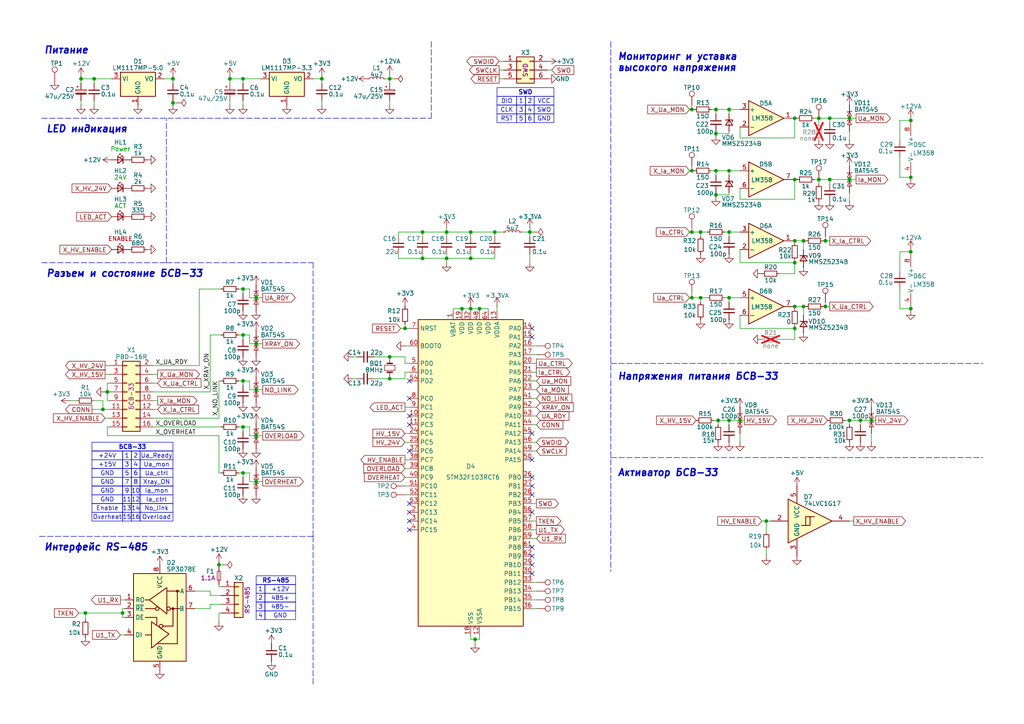
<source format=kicad_sch>
(kicad_sch
	(version 20231120)
	(generator "eeschema")
	(generator_version "8.0")
	(uuid "6c65de10-338a-453a-825b-2efbb4a3a4c6")
	(paper "A4")
	(title_block
		(title "RS485_BSV")
		(rev "1")
		(company "ООО \"Экросхим\"")
		(comment 1 "Антон Мухин")
	)
	
	(junction
		(at 137.795 185.42)
		(diameter 0)
		(color 0 0 0 0)
		(uuid "028f75c9-d258-4904-87ba-7069c7214d14")
	)
	(junction
		(at 233.045 88.9)
		(diameter 0)
		(color 0 0 0 0)
		(uuid "03b4c123-4b85-480d-b7af-984e3d281b4a")
	)
	(junction
		(at 113.03 103.505)
		(diameter 0)
		(color 0 0 0 0)
		(uuid "07d2f221-592d-4fa5-bc0a-5be6a9d64076")
	)
	(junction
		(at 211.455 49.53)
		(diameter 0)
		(color 0 0 0 0)
		(uuid "142f5400-f47f-47e0-95ff-840207fdaa9a")
	)
	(junction
		(at 153.67 67.31)
		(diameter 0)
		(color 0 0 0 0)
		(uuid "1567a187-8bba-4052-b369-9b3cccca3c0c")
	)
	(junction
		(at 113.03 22.86)
		(diameter 0)
		(color 0 0 0 0)
		(uuid "18465d2c-b2f3-4653-8b81-1db6a6c44b37")
	)
	(junction
		(at 230.505 52.07)
		(diameter 0)
		(color 0 0 0 0)
		(uuid "18a7e549-e86e-4e76-846d-76da442098b5")
	)
	(junction
		(at 200.66 86.36)
		(diameter 0)
		(color 0 0 0 0)
		(uuid "1924b925-4fc2-4c56-94b1-d6bd4f288edc")
	)
	(junction
		(at 211.455 86.36)
		(diameter 0)
		(color 0 0 0 0)
		(uuid "1a3a0cbe-399a-4b04-a6c1-2301a8819294")
	)
	(junction
		(at 70.485 22.86)
		(diameter 0)
		(color 0 0 0 0)
		(uuid "1fda85d9-9523-4a24-84ad-7129a5d4dab0")
	)
	(junction
		(at 211.455 121.92)
		(diameter 0)
		(color 0 0 0 0)
		(uuid "201cb554-f15c-4ed6-8800-f665e2a45886")
	)
	(junction
		(at 240.665 52.07)
		(diameter 0)
		(color 0 0 0 0)
		(uuid "201e47f4-24f3-4f85-90b2-057eb6e0c4ae")
	)
	(junction
		(at 74.295 126.365)
		(diameter 0)
		(color 0 0 0 0)
		(uuid "2a17aedd-31ad-4930-be04-0e5dd93fdc58")
	)
	(junction
		(at 214.63 121.92)
		(diameter 0)
		(color 0 0 0 0)
		(uuid "2b650fe2-2fcf-4af2-8833-7461857a13eb")
	)
	(junction
		(at 239.395 88.9)
		(diameter 0)
		(color 0 0 0 0)
		(uuid "31d521ae-c6d6-478c-a3fc-a44d3c21bc23")
	)
	(junction
		(at 117.475 95.25)
		(diameter 0)
		(color 0 0 0 0)
		(uuid "32c8fb3e-6757-4004-88a6-eab9fc4c266b")
	)
	(junction
		(at 246.38 121.92)
		(diameter 0)
		(color 0 0 0 0)
		(uuid "387a3d09-4a2d-482d-8fed-8b0509d74470")
	)
	(junction
		(at 27.305 22.86)
		(diameter 0)
		(color 0 0 0 0)
		(uuid "3963be55-fe21-4423-971b-cfd39aaf920f")
	)
	(junction
		(at 74.295 99.695)
		(diameter 0)
		(color 0 0 0 0)
		(uuid "39ad3b18-dabd-4482-8625-2e1970e1c579")
	)
	(junction
		(at 136.525 74.93)
		(diameter 0)
		(color 0 0 0 0)
		(uuid "3a9cc08f-ae2d-48fc-b254-d2db11ef9972")
	)
	(junction
		(at 207.645 38.735)
		(diameter 0)
		(color 0 0 0 0)
		(uuid "41f7dcc6-c779-4f7b-91b5-f127b0734a1d")
	)
	(junction
		(at 207.645 49.53)
		(diameter 0)
		(color 0 0 0 0)
		(uuid "51369cf9-eaff-4b19-8628-56fd7e25c67d")
	)
	(junction
		(at 240.665 34.29)
		(diameter 0)
		(color 0 0 0 0)
		(uuid "51a49602-d382-4a8b-a234-1e7f5e37c165")
	)
	(junction
		(at 50.165 29.845)
		(diameter 0)
		(color 0 0 0 0)
		(uuid "525ebe3d-f493-4a52-9ca1-9943a9e6f157")
	)
	(junction
		(at 129.54 67.31)
		(diameter 0)
		(color 0 0 0 0)
		(uuid "5342a01d-1005-4fb1-a972-4610f611c9b7")
	)
	(junction
		(at 70.485 137.16)
		(diameter 0)
		(color 0 0 0 0)
		(uuid "535ad066-6b0e-46e2-8801-214176aa0a5f")
	)
	(junction
		(at 237.49 52.07)
		(diameter 0)
		(color 0 0 0 0)
		(uuid "5373bb7e-624d-4834-961e-74a70b38dd82")
	)
	(junction
		(at 74.295 86.36)
		(diameter 0)
		(color 0 0 0 0)
		(uuid "5a29dc6e-11ad-4d6b-84c0-3c3d383c1aa8")
	)
	(junction
		(at 200.66 31.75)
		(diameter 0)
		(color 0 0 0 0)
		(uuid "63f2b922-6000-41af-9a2f-a6f469b164ae")
	)
	(junction
		(at 230.505 76.2)
		(diameter 0)
		(color 0 0 0 0)
		(uuid "650b11d4-4a51-4648-9063-2f51e5d35028")
	)
	(junction
		(at 70.485 110.49)
		(diameter 0)
		(color 0 0 0 0)
		(uuid "67f54780-34b0-4707-b6d2-06679fa8529f")
	)
	(junction
		(at 207.645 56.515)
		(diameter 0)
		(color 0 0 0 0)
		(uuid "6b43de8d-ca16-47e3-bf60-30d1bb7f10b5")
	)
	(junction
		(at 246.38 34.29)
		(diameter 0)
		(color 0 0 0 0)
		(uuid "6f526f89-ebdb-4216-a7a5-1a654398d3ab")
	)
	(junction
		(at 239.395 69.85)
		(diameter 0)
		(color 0 0 0 0)
		(uuid "786cf15d-4df3-420a-9655-0c7bcbc0748b")
	)
	(junction
		(at 70.485 97.155)
		(diameter 0)
		(color 0 0 0 0)
		(uuid "7d53c3ef-ba5f-43fc-b2f7-56efdf61d9f5")
	)
	(junction
		(at 23.495 22.86)
		(diameter 0)
		(color 0 0 0 0)
		(uuid "832a5b57-9a12-42fb-ab0f-df4a71c69ea8")
	)
	(junction
		(at 211.455 31.75)
		(diameter 0)
		(color 0 0 0 0)
		(uuid "88503189-f7fd-4f4d-9c2e-735031abe3fd")
	)
	(junction
		(at 264.16 51.435)
		(diameter 0)
		(color 0 0 0 0)
		(uuid "8c2a2a56-5003-4ced-aec4-4fecbc8a3beb")
	)
	(junction
		(at 136.525 89.535)
		(diameter 0)
		(color 0 0 0 0)
		(uuid "8f86a596-ff74-4806-93b1-b29436112164")
	)
	(junction
		(at 74.295 139.7)
		(diameter 0)
		(color 0 0 0 0)
		(uuid "9022db8d-4b75-4522-9472-750c0ec0164e")
	)
	(junction
		(at 29.845 118.745)
		(diameter 0)
		(color 0 0 0 0)
		(uuid "93d25117-3ffd-4009-93db-427d97203cc7")
	)
	(junction
		(at 208.28 121.92)
		(diameter 0)
		(color 0 0 0 0)
		(uuid "96bdb90e-0ae5-4b55-bbd7-b4b0f5cb1954")
	)
	(junction
		(at 66.675 22.86)
		(diameter 0)
		(color 0 0 0 0)
		(uuid "98a80fd5-ad61-477b-a0b1-ba8de1e33e9a")
	)
	(junction
		(at 139.065 89.535)
		(diameter 0)
		(color 0 0 0 0)
		(uuid "98c818b3-c907-492f-bf54-a5f90559103f")
	)
	(junction
		(at 74.295 113.03)
		(diameter 0)
		(color 0 0 0 0)
		(uuid "9d203400-e902-4760-bb7a-ada64c19b417")
	)
	(junction
		(at 129.54 74.93)
		(diameter 0)
		(color 0 0 0 0)
		(uuid "9d6e2cec-0cc1-4115-9da8-33730489b371")
	)
	(junction
		(at 264.16 89.535)
		(diameter 0)
		(color 0 0 0 0)
		(uuid "9e77e15f-1f60-45f5-9cc0-a733427a6b1c")
	)
	(junction
		(at 264.16 34.925)
		(diameter 0)
		(color 0 0 0 0)
		(uuid "9fc79d65-ce08-4a3b-ad09-4b202bf8ef39")
	)
	(junction
		(at 211.455 67.31)
		(diameter 0)
		(color 0 0 0 0)
		(uuid "a38f550d-8f14-468f-845d-b87b15186dd4")
	)
	(junction
		(at 222.25 151.13)
		(diameter 0)
		(color 0 0 0 0)
		(uuid "a8526302-b825-4b7a-a5fb-4f5e9948dfff")
	)
	(junction
		(at 70.485 123.825)
		(diameter 0)
		(color 0 0 0 0)
		(uuid "a9e8073f-31a6-45fa-b1c5-2d6686822aa2")
	)
	(junction
		(at 230.505 88.9)
		(diameter 0)
		(color 0 0 0 0)
		(uuid "ad1c0991-15b1-471f-8c72-32ea60383613")
	)
	(junction
		(at 122.555 74.93)
		(diameter 0)
		(color 0 0 0 0)
		(uuid "aed9a682-19c4-4da4-8319-d7e2b1c5341d")
	)
	(junction
		(at 70.485 83.82)
		(diameter 0)
		(color 0 0 0 0)
		(uuid "b07be636-9cd6-4689-8a5f-8bee901a1dda")
	)
	(junction
		(at 133.985 89.535)
		(diameter 0)
		(color 0 0 0 0)
		(uuid "b1935ccc-60df-4dc2-bff0-9e97b19f7588")
	)
	(junction
		(at 252.73 121.92)
		(diameter 0)
		(color 0 0 0 0)
		(uuid "b4e62bf5-f9fd-4995-bd1e-13a9dcaa276f")
	)
	(junction
		(at 35.56 177.8)
		(diameter 0)
		(color 0 0 0 0)
		(uuid "b7de33cc-5682-4dfe-a67d-ab598523ae35")
	)
	(junction
		(at 203.2 86.36)
		(diameter 0)
		(color 0 0 0 0)
		(uuid "b83da22c-5ecf-4067-bf7f-46c3cac49b5e")
	)
	(junction
		(at 200.66 49.53)
		(diameter 0)
		(color 0 0 0 0)
		(uuid "c001de54-f963-4bbe-a143-8cbf7fb9b02f")
	)
	(junction
		(at 50.165 22.86)
		(diameter 0)
		(color 0 0 0 0)
		(uuid "c4156526-00b3-4594-83fb-a9a66578b3b5")
	)
	(junction
		(at 200.66 67.31)
		(diameter 0)
		(color 0 0 0 0)
		(uuid "c50f2e61-5316-4300-9023-051cd1c70187")
	)
	(junction
		(at 113.03 109.855)
		(diameter 0)
		(color 0 0 0 0)
		(uuid "c80d926e-8b6c-4f76-9994-ddb05aa7c72a")
	)
	(junction
		(at 136.525 67.31)
		(diameter 0)
		(color 0 0 0 0)
		(uuid "c9ea5cbe-0d13-4af9-95ab-000eaf1c7952")
	)
	(junction
		(at 233.045 69.85)
		(diameter 0)
		(color 0 0 0 0)
		(uuid "cb15b7ff-22fe-4181-bbac-9bb9807dab9e")
	)
	(junction
		(at 230.505 34.29)
		(diameter 0)
		(color 0 0 0 0)
		(uuid "cce94616-07be-4230-b67f-01b7b9f2fb38")
	)
	(junction
		(at 230.505 69.85)
		(diameter 0)
		(color 0 0 0 0)
		(uuid "cdce00ae-dbdd-44ad-a5e2-6bb57bcc3eaf")
	)
	(junction
		(at 31.115 113.665)
		(diameter 0)
		(color 0 0 0 0)
		(uuid "cf2bf728-da23-4677-8ce6-6d4845f2a843")
	)
	(junction
		(at 246.38 52.07)
		(diameter 0)
		(color 0 0 0 0)
		(uuid "d1aab4dc-45dd-4caa-8611-30856a0e58c8")
	)
	(junction
		(at 207.645 31.75)
		(diameter 0)
		(color 0 0 0 0)
		(uuid "d535521d-214f-4c03-ac8f-153454fd1ebe")
	)
	(junction
		(at 24.765 177.8)
		(diameter 0)
		(color 0 0 0 0)
		(uuid "d7a8f334-bd8b-4096-b721-5bc833248303")
	)
	(junction
		(at 230.505 95.25)
		(diameter 0)
		(color 0 0 0 0)
		(uuid "dd7016ba-6cb9-44c4-aa5c-98f02041eb6f")
	)
	(junction
		(at 249.555 121.92)
		(diameter 0)
		(color 0 0 0 0)
		(uuid "dded562e-6bd6-4a8f-a0c8-51b88b4f413b")
	)
	(junction
		(at 93.345 22.86)
		(diameter 0)
		(color 0 0 0 0)
		(uuid "e06691ed-a425-4955-8b27-5e0d25eca17f")
	)
	(junction
		(at 143.51 67.31)
		(diameter 0)
		(color 0 0 0 0)
		(uuid "e43ab1a2-4521-41b1-be9a-3c4c2df6ac5d")
	)
	(junction
		(at 63.5 163.83)
		(diameter 0)
		(color 0 0 0 0)
		(uuid "e65fac82-1b6c-47c3-aba0-a897edb9d695")
	)
	(junction
		(at 264.16 73.025)
		(diameter 0)
		(color 0 0 0 0)
		(uuid "f0439937-81fa-4d7e-9f4f-b43961265c2e")
	)
	(junction
		(at 122.555 67.31)
		(diameter 0)
		(color 0 0 0 0)
		(uuid "f5c0138d-f900-4f37-9ef6-cf6157ebb2db")
	)
	(junction
		(at 237.49 34.29)
		(diameter 0)
		(color 0 0 0 0)
		(uuid "fb9d993b-685f-4bca-a7c0-794e76bbe83a")
	)
	(junction
		(at 203.2 67.31)
		(diameter 0)
		(color 0 0 0 0)
		(uuid "ffd3bad9-484d-436c-8f31-4fdf8f4f4e26")
	)
	(no_connect
		(at 118.745 153.67)
		(uuid "0834aeb8-08ea-4bb3-84ac-18cfcb52ef26")
	)
	(no_connect
		(at 118.745 115.57)
		(uuid "0ad6f0e4-1fa6-48b0-b101-61a95672f9a0")
	)
	(no_connect
		(at 118.745 151.13)
		(uuid "0e7ff874-4a3c-4f53-9566-caec51cc5c73")
	)
	(no_connect
		(at 154.305 143.51)
		(uuid "1168b790-c158-4bc5-b993-0509710be6ae")
	)
	(no_connect
		(at 118.745 148.59)
		(uuid "197854e8-6ac9-4314-b11e-85ce7c1bc8ca")
	)
	(no_connect
		(at 154.305 166.37)
		(uuid "1d029e18-04e6-4b8a-9bbe-04176ae73e7e")
	)
	(no_connect
		(at 154.305 148.59)
		(uuid "27645f68-7a86-4afc-b2ff-5128f78c8db8")
	)
	(no_connect
		(at 118.745 110.49)
		(uuid "2fa91cad-ffd7-475e-aa67-1624066e681f")
	)
	(no_connect
		(at 154.305 125.73)
		(uuid "3b463ab6-f5f9-44b3-a4be-1203881addca")
	)
	(no_connect
		(at 118.745 120.65)
		(uuid "4c434255-1bfc-4a5f-855b-cb23e74a2713")
	)
	(no_connect
		(at 154.305 140.97)
		(uuid "537669dc-1627-4a4f-a7d9-8d0b2c1e5a4a")
	)
	(no_connect
		(at 154.305 97.79)
		(uuid "551972c5-f945-4957-a485-2092100fb9bd")
	)
	(no_connect
		(at 154.305 95.25)
		(uuid "59e286dd-76fb-4f27-adef-7106d187d064")
	)
	(no_connect
		(at 154.305 138.43)
		(uuid "5c7b122d-d5d0-4972-b431-a6cd4a7e25e7")
	)
	(no_connect
		(at 154.305 161.29)
		(uuid "66e0c3fa-4be9-4ccd-b614-d91cb3c22c98")
	)
	(no_connect
		(at 154.305 163.83)
		(uuid "6b369e54-ed59-4e00-9d8e-029d5f39b60e")
	)
	(no_connect
		(at 154.305 133.35)
		(uuid "a805e864-6f13-4e7d-91e3-20fcd73eb516")
	)
	(no_connect
		(at 118.745 146.05)
		(uuid "af9622c2-776d-4a10-aed3-3bb05ae9721e")
	)
	(no_connect
		(at 154.305 158.75)
		(uuid "b693ae24-c993-4031-be2e-e42ffd9571b5")
	)
	(no_connect
		(at 118.745 123.19)
		(uuid "b778fa1e-75ca-480e-954b-7b31b8a6a4d4")
	)
	(no_connect
		(at 118.745 130.81)
		(uuid "e7c56ad5-54fe-4a2e-9d7a-421dfcf281de")
	)
	(wire
		(pts
			(xy 203.2 86.36) (xy 205.105 86.36)
		)
		(stroke
			(width 0)
			(type default)
		)
		(uuid "00184aa8-a097-46d9-92a7-d5ac068f8aa3")
	)
	(wire
		(pts
			(xy 151.13 67.31) (xy 153.67 67.31)
		)
		(stroke
			(width 0)
			(type default)
		)
		(uuid "00ab969e-01c4-4f55-87f9-63185d980561")
	)
	(wire
		(pts
			(xy 122.555 73.66) (xy 122.555 74.93)
		)
		(stroke
			(width 0)
			(type default)
		)
		(uuid "0120f516-63ba-4324-b199-b5702a054add")
	)
	(wire
		(pts
			(xy 230.505 95.25) (xy 230.505 94.615)
		)
		(stroke
			(width 0)
			(type default)
		)
		(uuid "01f14fad-704c-4733-aa2d-7a4a30d7e211")
	)
	(wire
		(pts
			(xy 44.45 113.665) (xy 60.96 113.665)
		)
		(stroke
			(width 0)
			(type default)
		)
		(uuid "02ff17cc-cabb-4a80-a9eb-cc5427d3b016")
	)
	(wire
		(pts
			(xy 207.645 31.75) (xy 211.455 31.75)
		)
		(stroke
			(width 0)
			(type default)
		)
		(uuid "0370a8c5-8b22-42b9-9ebc-c18ba14bd879")
	)
	(wire
		(pts
			(xy 63.5 163.195) (xy 63.5 163.83)
		)
		(stroke
			(width 0)
			(type default)
		)
		(uuid "0397a6ae-d068-4399-985b-046bad321fc9")
	)
	(wire
		(pts
			(xy 214.63 36.83) (xy 214.63 40.005)
		)
		(stroke
			(width 0)
			(type default)
		)
		(uuid "05292d8b-5ead-4a23-bb96-86f795bb9e22")
	)
	(wire
		(pts
			(xy 214.63 91.44) (xy 214.63 95.25)
		)
		(stroke
			(width 0)
			(type default)
		)
		(uuid "062b6249-e3d8-4186-9aaf-4d6f33bb8a15")
	)
	(wire
		(pts
			(xy 24.765 177.8) (xy 35.56 177.8)
		)
		(stroke
			(width 0)
			(type default)
		)
		(uuid "07ca210d-0b0e-4478-85a6-e45d31b2d61e")
	)
	(wire
		(pts
			(xy 206.375 31.75) (xy 207.645 31.75)
		)
		(stroke
			(width 0)
			(type default)
		)
		(uuid "08287f04-c631-4d8b-913f-4538d188032e")
	)
	(wire
		(pts
			(xy 27.305 116.205) (xy 29.845 116.205)
		)
		(stroke
			(width 0)
			(type default)
		)
		(uuid "08b687f4-e738-4a26-8133-719e69c9e5e0")
	)
	(wire
		(pts
			(xy 211.455 31.75) (xy 214.63 31.75)
		)
		(stroke
			(width 0)
			(type default)
		)
		(uuid "09589fb2-fc95-4a9b-b278-e3eca372a352")
	)
	(polyline
		(pts
			(xy 48.26 76.2) (xy 48.26 34.29)
		)
		(stroke
			(width 0)
			(type dash)
		)
		(uuid "098b4abe-6028-4385-93fd-1a4c60fb5f41")
	)
	(wire
		(pts
			(xy 50.165 29.845) (xy 50.165 30.48)
		)
		(stroke
			(width 0)
			(type default)
		)
		(uuid "0c4db5b8-d8e9-4142-b35d-14086770ad0a")
	)
	(wire
		(pts
			(xy 115.57 74.93) (xy 122.555 74.93)
		)
		(stroke
			(width 0)
			(type default)
		)
		(uuid "0d2ff679-8ae8-4bdd-9f5e-ca0628151861")
	)
	(wire
		(pts
			(xy 45.72 108.585) (xy 44.45 108.585)
		)
		(stroke
			(width 0)
			(type default)
		)
		(uuid "0d47c742-759a-4138-a4b7-e3e2dfa17b61")
	)
	(wire
		(pts
			(xy 222.25 161.29) (xy 222.25 159.385)
		)
		(stroke
			(width 0)
			(type default)
		)
		(uuid "0dae94c4-3463-442c-81ed-541dd491eda4")
	)
	(wire
		(pts
			(xy 211.455 121.92) (xy 214.63 121.92)
		)
		(stroke
			(width 0)
			(type default)
		)
		(uuid "0eb65e20-3408-4921-adc2-ca63320d75ac")
	)
	(wire
		(pts
			(xy 214.63 95.25) (xy 230.505 95.25)
		)
		(stroke
			(width 0)
			(type default)
		)
		(uuid "10878638-b768-4f49-b90a-86562b304785")
	)
	(wire
		(pts
			(xy 70.485 83.82) (xy 70.485 85.09)
		)
		(stroke
			(width 0)
			(type default)
		)
		(uuid "109ebf84-39af-40d8-b2b8-902b4510475c")
	)
	(wire
		(pts
			(xy 29.845 116.205) (xy 29.845 118.745)
		)
		(stroke
			(width 0)
			(type default)
		)
		(uuid "116ffab9-c76e-4c64-84a6-f00597755a63")
	)
	(wire
		(pts
			(xy 63.5 137.16) (xy 64.135 137.16)
		)
		(stroke
			(width 0)
			(type default)
		)
		(uuid "123ceee3-aa74-4d8c-a260-a89c875d2d3c")
	)
	(wire
		(pts
			(xy 72.39 137.16) (xy 72.39 139.7)
		)
		(stroke
			(width 0)
			(type default)
		)
		(uuid "126e0a17-6b55-44b1-81cf-06ce515e6879")
	)
	(wire
		(pts
			(xy 129.54 74.93) (xy 136.525 74.93)
		)
		(stroke
			(width 0)
			(type default)
		)
		(uuid "12aa7981-3085-4e9b-86f6-77324a7d76d4")
	)
	(wire
		(pts
			(xy 63.5 126.365) (xy 63.5 137.16)
		)
		(stroke
			(width 0)
			(type default)
		)
		(uuid "15292b7c-784c-472e-8726-336a2f3535eb")
	)
	(wire
		(pts
			(xy 155.575 176.53) (xy 154.305 176.53)
		)
		(stroke
			(width 0)
			(type default)
		)
		(uuid "1542906d-f1fc-4260-97c6-655aa3b982fc")
	)
	(wire
		(pts
			(xy 260.985 89.535) (xy 264.16 89.535)
		)
		(stroke
			(width 0)
			(type default)
		)
		(uuid "15890e58-afed-4e0e-8764-ea9b0c4353be")
	)
	(wire
		(pts
			(xy 264.16 72.39) (xy 264.16 73.025)
		)
		(stroke
			(width 0)
			(type default)
		)
		(uuid "15f3fa0b-7af9-4fa2-a448-18f16d492f05")
	)
	(wire
		(pts
			(xy 136.525 89.535) (xy 136.525 90.17)
		)
		(stroke
			(width 0)
			(type default)
		)
		(uuid "169de1a7-00ef-406a-b7fa-32c8b46ed547")
	)
	(wire
		(pts
			(xy 70.485 83.82) (xy 72.39 83.82)
		)
		(stroke
			(width 0)
			(type default)
		)
		(uuid "16f9da02-648f-41fb-9b93-897054cef84a")
	)
	(wire
		(pts
			(xy 122.555 68.58) (xy 122.555 67.31)
		)
		(stroke
			(width 0)
			(type default)
		)
		(uuid "18f521a5-89f2-48db-a66c-f4e985c507c8")
	)
	(wire
		(pts
			(xy 203.2 67.31) (xy 205.105 67.31)
		)
		(stroke
			(width 0)
			(type default)
		)
		(uuid "1ab415f3-3084-4ac9-b28e-8171a3a6cce4")
	)
	(wire
		(pts
			(xy 155.575 130.81) (xy 154.305 130.81)
		)
		(stroke
			(width 0)
			(type default)
		)
		(uuid "1c19cca2-fa12-423a-9bff-ed125c1b5f2d")
	)
	(wire
		(pts
			(xy 117.475 93.98) (xy 117.475 95.25)
		)
		(stroke
			(width 0)
			(type default)
		)
		(uuid "1cdcd346-4185-4320-9335-911a61e0d060")
	)
	(wire
		(pts
			(xy 108.585 109.855) (xy 113.03 109.855)
		)
		(stroke
			(width 0)
			(type default)
		)
		(uuid "1dbb3eee-cb26-4f9c-8410-fff9a1ab7640")
	)
	(wire
		(pts
			(xy 246.38 58.42) (xy 246.38 55.88)
		)
		(stroke
			(width 0)
			(type default)
		)
		(uuid "1e249161-a780-4699-bcf0-9f3b051d5da1")
	)
	(wire
		(pts
			(xy 230.505 52.07) (xy 231.14 52.07)
		)
		(stroke
			(width 0)
			(type default)
		)
		(uuid "1ee53d9e-fb16-4cb0-91a8-ad25e1ec525c")
	)
	(wire
		(pts
			(xy 117.475 140.97) (xy 118.745 140.97)
		)
		(stroke
			(width 0)
			(type default)
		)
		(uuid "20b51dc5-356c-4ec8-b96b-935a6e2a29ef")
	)
	(wire
		(pts
			(xy 44.45 106.045) (xy 57.785 106.045)
		)
		(stroke
			(width 0)
			(type default)
		)
		(uuid "20f2311b-0ea2-448f-91b5-de31e2be8193")
	)
	(wire
		(pts
			(xy 35.56 179.07) (xy 35.56 177.8)
		)
		(stroke
			(width 0)
			(type default)
		)
		(uuid "22d48507-04b2-4c8c-b466-9bf5686dfde7")
	)
	(wire
		(pts
			(xy 214.63 76.2) (xy 230.505 76.2)
		)
		(stroke
			(width 0)
			(type default)
		)
		(uuid "22f19cb0-add3-485a-8760-a6bc353ff6d3")
	)
	(wire
		(pts
			(xy 70.485 97.155) (xy 70.485 98.425)
		)
		(stroke
			(width 0)
			(type default)
		)
		(uuid "246ea579-7ec1-41df-8092-707961c507bc")
	)
	(wire
		(pts
			(xy 141.605 89.535) (xy 139.065 89.535)
		)
		(stroke
			(width 0)
			(type default)
		)
		(uuid "257fad00-78c6-43bf-a1fb-f2a05a440c5d")
	)
	(wire
		(pts
			(xy 35.56 177.8) (xy 35.56 176.53)
		)
		(stroke
			(width 0)
			(type default)
		)
		(uuid "26b3038a-025c-4bf4-935e-1a3ec7a94c9e")
	)
	(wire
		(pts
			(xy 57.785 106.045) (xy 57.785 83.82)
		)
		(stroke
			(width 0)
			(type default)
		)
		(uuid "2774e1f2-cd0a-4ff5-9c9d-c6c527cc4fdb")
	)
	(wire
		(pts
			(xy 229.87 34.29) (xy 230.505 34.29)
		)
		(stroke
			(width 0)
			(type default)
		)
		(uuid "28098d02-115d-44f1-a82d-ce1eb29d50b6")
	)
	(wire
		(pts
			(xy 74.295 139.7) (xy 76.2 139.7)
		)
		(stroke
			(width 0)
			(type default)
		)
		(uuid "282e39d4-1419-4d67-804c-3d536eea48e6")
	)
	(wire
		(pts
			(xy 211.455 49.53) (xy 214.63 49.53)
		)
		(stroke
			(width 0)
			(type default)
		)
		(uuid "283be788-0298-458c-9c22-e88eafbbf37c")
	)
	(wire
		(pts
			(xy 155.575 105.41) (xy 154.305 105.41)
		)
		(stroke
			(width 0)
			(type default)
		)
		(uuid "288c4b13-3e6d-4992-ac08-86d052fbeecc")
	)
	(wire
		(pts
			(xy 117.475 138.43) (xy 118.745 138.43)
		)
		(stroke
			(width 0)
			(type default)
		)
		(uuid "28a8c4f7-7fd3-4bdd-b72d-2e8ead6a510b")
	)
	(wire
		(pts
			(xy 23.495 22.86) (xy 23.495 24.13)
		)
		(stroke
			(width 0)
			(type default)
		)
		(uuid "29477350-ba2d-4101-9b98-0886c6972ee3")
	)
	(wire
		(pts
			(xy 137.795 185.42) (xy 139.065 185.42)
		)
		(stroke
			(width 0)
			(type default)
		)
		(uuid "294c1c53-d512-4124-9a28-dca73b847fed")
	)
	(wire
		(pts
			(xy 63.5 177.8) (xy 63.5 180.34)
		)
		(stroke
			(width 0)
			(type default)
		)
		(uuid "29ab4b1d-41d8-4ed9-ae4f-f8172922f126")
	)
	(wire
		(pts
			(xy 70.485 137.16) (xy 72.39 137.16)
		)
		(stroke
			(width 0)
			(type default)
		)
		(uuid "29ed41a2-2149-423b-af84-ae9bef1b73f3")
	)
	(wire
		(pts
			(xy 252.73 125.73) (xy 252.73 128.27)
		)
		(stroke
			(width 0)
			(type default)
		)
		(uuid "2bbae60c-409f-47e6-b426-68c8cf18393f")
	)
	(polyline
		(pts
			(xy 177.165 105.41) (xy 285.115 105.41)
		)
		(stroke
			(width 0)
			(type dash)
		)
		(uuid "2c572868-fb26-448c-bf29-99582634bd4d")
	)
	(wire
		(pts
			(xy 141.605 90.17) (xy 141.605 89.535)
		)
		(stroke
			(width 0)
			(type default)
		)
		(uuid "2e26ea72-adb4-4c73-a9c4-72efb21129f2")
	)
	(wire
		(pts
			(xy 230.505 79.375) (xy 230.505 76.2)
		)
		(stroke
			(width 0)
			(type default)
		)
		(uuid "2e597503-ffec-4c71-a11b-dc9f874c871d")
	)
	(wire
		(pts
			(xy 207.01 121.92) (xy 208.28 121.92)
		)
		(stroke
			(width 0)
			(type default)
		)
		(uuid "2edde12c-d59f-4b87-b6e7-1d7ef82b75e3")
	)
	(wire
		(pts
			(xy 214.63 72.39) (xy 214.63 76.2)
		)
		(stroke
			(width 0)
			(type default)
		)
		(uuid "2fb6ce58-8e7d-427d-94cb-0de3e3afca39")
	)
	(wire
		(pts
			(xy 233.045 88.9) (xy 233.68 88.9)
		)
		(stroke
			(width 0)
			(type default)
		)
		(uuid "3089fdfa-8c62-4f87-8d81-4159222c66ce")
	)
	(wire
		(pts
			(xy 239.395 69.85) (xy 240.665 69.85)
		)
		(stroke
			(width 0)
			(type default)
		)
		(uuid "30999ea2-48a3-4a65-850f-1862e2cf1fde")
	)
	(wire
		(pts
			(xy 117.475 103.505) (xy 113.03 103.505)
		)
		(stroke
			(width 0)
			(type default)
		)
		(uuid "30e6e9d1-f6c4-4fe3-954d-930123a182de")
	)
	(wire
		(pts
			(xy 31.115 113.665) (xy 31.75 113.665)
		)
		(stroke
			(width 0)
			(type default)
		)
		(uuid "3134252f-22ab-4706-ad27-e337aeb4e0b8")
	)
	(wire
		(pts
			(xy 207.645 57.15) (xy 207.645 56.515)
		)
		(stroke
			(width 0)
			(type default)
		)
		(uuid "31878509-7cf8-4b47-a6d3-ee7cb3051110")
	)
	(wire
		(pts
			(xy 230.505 69.85) (xy 233.045 69.85)
		)
		(stroke
			(width 0)
			(type default)
		)
		(uuid "320aef2b-8115-4e29-b370-4888f669e126")
	)
	(wire
		(pts
			(xy 45.72 111.125) (xy 44.45 111.125)
		)
		(stroke
			(width 0)
			(type default)
		)
		(uuid "3245758f-651b-444d-b45e-90bf24f3ce83")
	)
	(wire
		(pts
			(xy 200.025 67.31) (xy 200.66 67.31)
		)
		(stroke
			(width 0)
			(type default)
		)
		(uuid "336c1a9c-ad86-4085-b979-fa8e7af73b12")
	)
	(wire
		(pts
			(xy 237.49 34.29) (xy 237.49 35.56)
		)
		(stroke
			(width 0)
			(type default)
		)
		(uuid "33ef101a-850a-41b2-a8ae-ee00b797dffd")
	)
	(wire
		(pts
			(xy 136.525 185.42) (xy 137.795 185.42)
		)
		(stroke
			(width 0)
			(type default)
		)
		(uuid "3431d044-4a42-4082-8ab6-ce4445dff65c")
	)
	(wire
		(pts
			(xy 230.505 88.9) (xy 233.045 88.9)
		)
		(stroke
			(width 0)
			(type default)
		)
		(uuid "357fa9c3-92bd-48a1-879f-694cc27637d5")
	)
	(wire
		(pts
			(xy 155.575 120.65) (xy 154.305 120.65)
		)
		(stroke
			(width 0)
			(type default)
		)
		(uuid "3626f021-d722-45fb-bb0d-585a27f61b87")
	)
	(wire
		(pts
			(xy 113.03 109.855) (xy 113.03 109.22)
		)
		(stroke
			(width 0)
			(type default)
		)
		(uuid "36afa65e-aaed-467f-8eb5-46078f9d8431")
	)
	(wire
		(pts
			(xy 144.145 88.9) (xy 144.145 90.17)
		)
		(stroke
			(width 0)
			(type default)
		)
		(uuid "36defc11-29f9-426e-b687-fcb4f5dcaebd")
	)
	(wire
		(pts
			(xy 207.645 49.53) (xy 211.455 49.53)
		)
		(stroke
			(width 0)
			(type default)
		)
		(uuid "37b2fd00-08ed-417a-8a05-5c2dc578a2ad")
	)
	(wire
		(pts
			(xy 264.16 73.025) (xy 264.16 73.66)
		)
		(stroke
			(width 0)
			(type default)
		)
		(uuid "3845c0e2-4b1c-49dd-921f-23f8fea021ad")
	)
	(wire
		(pts
			(xy 117.475 105.41) (xy 117.475 103.505)
		)
		(stroke
			(width 0)
			(type default)
		)
		(uuid "389ee582-0b07-4a5a-a490-19e14ab1dd42")
	)
	(wire
		(pts
			(xy 222.25 151.13) (xy 223.52 151.13)
		)
		(stroke
			(width 0)
			(type default)
		)
		(uuid "38a3490e-6c79-4f3a-912c-174729d78567")
	)
	(wire
		(pts
			(xy 60.96 113.665) (xy 60.96 97.155)
		)
		(stroke
			(width 0)
			(type default)
		)
		(uuid "3a0700d5-75eb-45ba-9705-693a18f52b5f")
	)
	(wire
		(pts
			(xy 211.455 38.1) (xy 211.455 38.735)
		)
		(stroke
			(width 0)
			(type default)
		)
		(uuid "3a248325-2fb0-4975-a220-09b5117f3a2c")
	)
	(wire
		(pts
			(xy 237.49 52.07) (xy 237.49 53.34)
		)
		(stroke
			(width 0)
			(type default)
		)
		(uuid "3a83bf82-f5c6-457d-80a8-fe8bdfe4313c")
	)
	(wire
		(pts
			(xy 155.575 151.13) (xy 154.305 151.13)
		)
		(stroke
			(width 0)
			(type default)
		)
		(uuid "3af111f2-1320-4e8a-a2b9-fa77ff94adee")
	)
	(wire
		(pts
			(xy 211.455 49.53) (xy 211.455 50.8)
		)
		(stroke
			(width 0)
			(type default)
		)
		(uuid "3b7bd9d0-eb46-475d-92a2-d4b8668b5d84")
	)
	(wire
		(pts
			(xy 211.455 67.31) (xy 214.63 67.31)
		)
		(stroke
			(width 0)
			(type default)
		)
		(uuid "3c858e11-845a-432b-8504-14816f003830")
	)
	(wire
		(pts
			(xy 200.025 31.75) (xy 200.66 31.75)
		)
		(stroke
			(width 0)
			(type default)
		)
		(uuid "3d047e45-0762-4e0f-a655-022a349c3fe1")
	)
	(wire
		(pts
			(xy 260.985 83.82) (xy 260.985 89.535)
		)
		(stroke
			(width 0)
			(type default)
		)
		(uuid "3e7930f5-050c-4b97-9abd-f13e071135b4")
	)
	(wire
		(pts
			(xy 70.485 123.825) (xy 70.485 125.095)
		)
		(stroke
			(width 0)
			(type default)
		)
		(uuid "3f9707de-0277-44de-b34b-8ef5f5792c7b")
	)
	(wire
		(pts
			(xy 70.485 22.86) (xy 75.565 22.86)
		)
		(stroke
			(width 0)
			(type default)
		)
		(uuid "3f9cb76a-2267-44d6-9545-e1568dde90e4")
	)
	(wire
		(pts
			(xy 45.72 118.745) (xy 44.45 118.745)
		)
		(stroke
			(width 0)
			(type default)
		)
		(uuid "3fa7f5ab-7e68-4968-9ebf-2babd438aefe")
	)
	(wire
		(pts
			(xy 30.48 121.285) (xy 31.75 121.285)
		)
		(stroke
			(width 0)
			(type default)
		)
		(uuid "3fb8f159-7f0c-4c6a-a11f-b6a2fcaa96c3")
	)
	(wire
		(pts
			(xy 136.525 67.31) (xy 136.525 68.58)
		)
		(stroke
			(width 0)
			(type default)
		)
		(uuid "3ff66be5-24ea-4167-a6df-b4a2b886dd46")
	)
	(wire
		(pts
			(xy 50.165 22.225) (xy 50.165 22.86)
		)
		(stroke
			(width 0)
			(type default)
		)
		(uuid "405f1fc8-3803-41df-8be6-472c54d228d9")
	)
	(wire
		(pts
			(xy 66.675 29.21) (xy 66.675 30.48)
		)
		(stroke
			(width 0)
			(type default)
		)
		(uuid "4127633f-2b4e-48b4-888f-ec6eb116ffcb")
	)
	(wire
		(pts
			(xy 246.38 34.29) (xy 248.285 34.29)
		)
		(stroke
			(width 0)
			(type default)
		)
		(uuid "41d284a3-0b93-43c6-8715-5d050dffb08b")
	)
	(wire
		(pts
			(xy 129.54 67.31) (xy 136.525 67.31)
		)
		(stroke
			(width 0)
			(type default)
		)
		(uuid "434c2c7e-8ae7-422d-a3a2-a6529f214ef7")
	)
	(wire
		(pts
			(xy 115.57 73.66) (xy 115.57 74.93)
		)
		(stroke
			(width 0)
			(type default)
		)
		(uuid "436076e8-1a33-4455-9338-cdf13e2ee2a3")
	)
	(wire
		(pts
			(xy 155.575 146.05) (xy 154.305 146.05)
		)
		(stroke
			(width 0)
			(type default)
		)
		(uuid "43e98e1d-627b-4e12-a0cc-b2e6dbcfeec3")
	)
	(wire
		(pts
			(xy 116.205 95.25) (xy 117.475 95.25)
		)
		(stroke
			(width 0)
			(type default)
		)
		(uuid "44198ad6-4707-4e39-a1fa-3c4f509dd8e3")
	)
	(wire
		(pts
			(xy 57.785 83.82) (xy 64.135 83.82)
		)
		(stroke
			(width 0)
			(type default)
		)
		(uuid "44a9906e-0fa8-4a6b-a9f5-db31672d35a2")
	)
	(wire
		(pts
			(xy 264.16 89.535) (xy 264.16 88.9)
		)
		(stroke
			(width 0)
			(type default)
		)
		(uuid "45358f9e-466d-4968-ad42-ac36120054c9")
	)
	(wire
		(pts
			(xy 229.87 52.07) (xy 230.505 52.07)
		)
		(stroke
			(width 0)
			(type default)
		)
		(uuid "4579bc35-f63a-4d08-8a46-0fa55385c310")
	)
	(wire
		(pts
			(xy 60.96 171.45) (xy 56.515 171.45)
		)
		(stroke
			(width 0)
			(type default)
		)
		(uuid "45851636-3826-4b32-873d-f408b303e837")
	)
	(wire
		(pts
			(xy 211.455 121.92) (xy 211.455 123.19)
		)
		(stroke
			(width 0)
			(type default)
		)
		(uuid "4646e1e9-09ac-4094-8a0c-31d3f9d6c6ca")
	)
	(wire
		(pts
			(xy 211.455 67.31) (xy 211.455 68.58)
		)
		(stroke
			(width 0)
			(type default)
		)
		(uuid "467b3ba2-7ac6-4c38-8af8-12b99ec77965")
	)
	(wire
		(pts
			(xy 117.475 107.95) (xy 117.475 109.855)
		)
		(stroke
			(width 0)
			(type default)
		)
		(uuid "4763563c-c8b3-4e0c-8bf4-4d9a79674d13")
	)
	(wire
		(pts
			(xy 229.87 88.9) (xy 230.505 88.9)
		)
		(stroke
			(width 0)
			(type default)
		)
		(uuid "477261df-c6cb-4bbf-b35c-9a7ac4514e37")
	)
	(wire
		(pts
			(xy 27.305 29.21) (xy 27.305 30.48)
		)
		(stroke
			(width 0)
			(type default)
		)
		(uuid "47d76363-4b09-41f9-8462-c23d5e2ea01c")
	)
	(wire
		(pts
			(xy 230.505 69.85) (xy 230.505 70.485)
		)
		(stroke
			(width 0)
			(type default)
		)
		(uuid "47f47786-b94c-4c79-80e7-90b2785cd67a")
	)
	(wire
		(pts
			(xy 117.475 143.51) (xy 118.745 143.51)
		)
		(stroke
			(width 0)
			(type default)
		)
		(uuid "48458cf7-2f4b-4ea1-8f09-005728b07166")
	)
	(wire
		(pts
			(xy 31.115 126.365) (xy 63.5 126.365)
		)
		(stroke
			(width 0)
			(type default)
		)
		(uuid "49062658-0ece-440f-bd23-b6051fc4a04b")
	)
	(wire
		(pts
			(xy 139.065 89.535) (xy 139.065 90.17)
		)
		(stroke
			(width 0)
			(type default)
		)
		(uuid "4924dcca-4e49-4602-b164-890b5f1a8147")
	)
	(wire
		(pts
			(xy 143.51 67.31) (xy 146.05 67.31)
		)
		(stroke
			(width 0)
			(type default)
		)
		(uuid "4b1c8ad5-e9d6-49cf-ba0d-2cc27bfa567c")
	)
	(wire
		(pts
			(xy 24.765 177.8) (xy 24.765 179.705)
		)
		(stroke
			(width 0)
			(type default)
		)
		(uuid "4c8f2735-0a5d-4f74-8ab0-060ef8618276")
	)
	(wire
		(pts
			(xy 230.505 57.785) (xy 230.505 52.07)
		)
		(stroke
			(width 0)
			(type default)
		)
		(uuid "4cfd96c1-1232-4c47-8839-0db1f4f587da")
	)
	(wire
		(pts
			(xy 34.925 184.15) (xy 36.195 184.15)
		)
		(stroke
			(width 0)
			(type default)
		)
		(uuid "4d0e9eca-f909-4d51-ace3-2e44406d477e")
	)
	(wire
		(pts
			(xy 74.295 86.36) (xy 76.2 86.36)
		)
		(stroke
			(width 0)
			(type default)
		)
		(uuid "4f0ee174-0796-47f7-98d3-0cc809dff7d0")
	)
	(wire
		(pts
			(xy 31.115 111.125) (xy 31.115 113.665)
		)
		(stroke
			(width 0)
			(type default)
		)
		(uuid "4f3e722f-5229-434b-91ec-eb65cfaa254f")
	)
	(wire
		(pts
			(xy 117.475 135.89) (xy 118.745 135.89)
		)
		(stroke
			(width 0)
			(type default)
		)
		(uuid "4f42b17d-4e36-46df-be16-4a783e530eb4")
	)
	(polyline
		(pts
			(xy 12.065 76.2) (xy 48.26 76.2)
		)
		(stroke
			(width 0)
			(type dash)
		)
		(uuid "518df918-351f-43c1-8ba3-833e66e9fe41")
	)
	(wire
		(pts
			(xy 237.49 34.29) (xy 240.665 34.29)
		)
		(stroke
			(width 0)
			(type default)
		)
		(uuid "534ef484-e57f-4c41-834e-8c00803c9b8e")
	)
	(wire
		(pts
			(xy 117.475 133.35) (xy 118.745 133.35)
		)
		(stroke
			(width 0)
			(type default)
		)
		(uuid "543ed86d-1f2e-4065-943e-062d474e22e0")
	)
	(wire
		(pts
			(xy 155.575 107.95) (xy 154.305 107.95)
		)
		(stroke
			(width 0)
			(type default)
		)
		(uuid "545aed36-e080-4d67-8b9f-56b22e968de3")
	)
	(wire
		(pts
			(xy 23.495 29.21) (xy 23.495 30.48)
		)
		(stroke
			(width 0)
			(type default)
		)
		(uuid "54f48156-f5c5-462a-afce-837484d58336")
	)
	(polyline
		(pts
			(xy 177.165 12.065) (xy 177.165 165.735)
		)
		(stroke
			(width 0)
			(type dash)
		)
		(uuid "5777051b-eb00-4886-bad9-6bc98cac7c68")
	)
	(polyline
		(pts
			(xy 177.165 132.715) (xy 285.115 132.715)
		)
		(stroke
			(width 0)
			(type dash)
		)
		(uuid "584810c5-a0b5-42cc-91cb-e9bb1b8fe80d")
	)
	(wire
		(pts
			(xy 22.86 177.8) (xy 24.765 177.8)
		)
		(stroke
			(width 0)
			(type default)
		)
		(uuid "595b327d-f7eb-49d4-97f4-76660524596e")
	)
	(wire
		(pts
			(xy 214.63 40.005) (xy 230.505 40.005)
		)
		(stroke
			(width 0)
			(type default)
		)
		(uuid "599e5b63-3184-4ae0-988d-e63377af5521")
	)
	(wire
		(pts
			(xy 211.455 31.75) (xy 211.455 33.02)
		)
		(stroke
			(width 0)
			(type default)
		)
		(uuid "59d35ac0-18b0-4e28-972d-ec5f00b48b90")
	)
	(wire
		(pts
			(xy 66.675 22.86) (xy 70.485 22.86)
		)
		(stroke
			(width 0)
			(type default)
		)
		(uuid "5a6c482f-6dec-474e-b953-9e5ac277e666")
	)
	(wire
		(pts
			(xy 50.165 22.86) (xy 50.165 24.13)
		)
		(stroke
			(width 0)
			(type default)
		)
		(uuid "5a713af7-24ca-4e06-8559-aa7b62b20af2")
	)
	(wire
		(pts
			(xy 264.16 90.17) (xy 264.16 89.535)
		)
		(stroke
			(width 0)
			(type default)
		)
		(uuid "5aeed5ae-5d50-4b3d-85ba-83ea314d6315")
	)
	(wire
		(pts
			(xy 240.665 52.07) (xy 246.38 52.07)
		)
		(stroke
			(width 0)
			(type default)
		)
		(uuid "5c01f605-299c-4b1f-9ecd-290f8d81a399")
	)
	(wire
		(pts
			(xy 69.215 83.82) (xy 70.485 83.82)
		)
		(stroke
			(width 0)
			(type default)
		)
		(uuid "5c7b0d04-1f63-49ac-8d65-5a54acee3cae")
	)
	(wire
		(pts
			(xy 230.505 98.425) (xy 230.505 95.25)
		)
		(stroke
			(width 0)
			(type default)
		)
		(uuid "5ca6832a-16f0-4cf6-88d3-351330757881")
	)
	(wire
		(pts
			(xy 29.845 118.745) (xy 31.75 118.745)
		)
		(stroke
			(width 0)
			(type default)
		)
		(uuid "5cc5bbcc-2265-4080-a7a6-54778bec7afa")
	)
	(wire
		(pts
			(xy 210.185 67.31) (xy 211.455 67.31)
		)
		(stroke
			(width 0)
			(type default)
		)
		(uuid "5ce07929-2e62-4b7b-b301-0a5d5077dc60")
	)
	(wire
		(pts
			(xy 210.185 86.36) (xy 211.455 86.36)
		)
		(stroke
			(width 0)
			(type default)
		)
		(uuid "5d16ad16-7444-4b24-92a2-265411d67b3f")
	)
	(wire
		(pts
			(xy 35.56 176.53) (xy 36.195 176.53)
		)
		(stroke
			(width 0)
			(type default)
		)
		(uuid "5eaa968b-7fa3-4ccd-a07f-55d66a721ad7")
	)
	(wire
		(pts
			(xy 64.135 177.8) (xy 63.5 177.8)
		)
		(stroke
			(width 0)
			(type default)
		)
		(uuid "5eea3b24-38a7-40d0-8fe7-64899bc7bce6")
	)
	(wire
		(pts
			(xy 66.675 22.225) (xy 66.675 22.86)
		)
		(stroke
			(width 0)
			(type default)
		)
		(uuid "6168fb25-51c6-482b-a1af-7678e0299146")
	)
	(wire
		(pts
			(xy 233.045 69.85) (xy 233.045 72.39)
		)
		(stroke
			(width 0)
			(type default)
		)
		(uuid "61ce6067-f3a5-41b7-8201-f673fe97c63c")
	)
	(wire
		(pts
			(xy 208.28 121.92) (xy 211.455 121.92)
		)
		(stroke
			(width 0)
			(type default)
		)
		(uuid "61d19e82-ff29-4b4f-aeb7-9b241d5d5572")
	)
	(wire
		(pts
			(xy 26.67 118.745) (xy 29.845 118.745)
		)
		(stroke
			(width 0)
			(type default)
		)
		(uuid "61f2ceb5-0a1f-4a36-ad68-8b76ff5b12d6")
	)
	(wire
		(pts
			(xy 133.985 89.535) (xy 136.525 89.535)
		)
		(stroke
			(width 0)
			(type default)
		)
		(uuid "62dcb93a-9e5a-4711-9ca6-c6a6b7e02fa3")
	)
	(wire
		(pts
			(xy 230.505 40.005) (xy 230.505 34.29)
		)
		(stroke
			(width 0)
			(type default)
		)
		(uuid "62e90d70-7114-43a1-9849-c4aa114e743e")
	)
	(wire
		(pts
			(xy 154.305 123.19) (xy 155.575 123.19)
		)
		(stroke
			(width 0)
			(type default)
		)
		(uuid "63580d9b-1dc6-4536-8e32-68e93e9a3526")
	)
	(wire
		(pts
			(xy 66.675 22.86) (xy 66.675 24.13)
		)
		(stroke
			(width 0)
			(type default)
		)
		(uuid "63929f55-c5bc-43ee-b383-d5dd9b98ab47")
	)
	(polyline
		(pts
			(xy 48.26 76.2) (xy 90.805 76.2)
		)
		(stroke
			(width 0)
			(type dash)
		)
		(uuid "63a00287-40bb-4c13-a092-916f0e9ed320")
	)
	(wire
		(pts
			(xy 200.66 66.04) (xy 200.66 67.31)
		)
		(stroke
			(width 0)
			(type default)
		)
		(uuid "6552bdb6-ff1d-4434-ac12-596ab2c9d421")
	)
	(wire
		(pts
			(xy 129.54 74.93) (xy 129.54 76.2)
		)
		(stroke
			(width 0)
			(type default)
		)
		(uuid "65bd03f9-5879-4de9-a6ca-444babbb7b77")
	)
	(wire
		(pts
			(xy 136.525 184.15) (xy 136.525 185.42)
		)
		(stroke
			(width 0)
			(type default)
		)
		(uuid "662b6f59-2f59-4463-b6d8-d6dae922be71")
	)
	(wire
		(pts
			(xy 214.63 57.785) (xy 230.505 57.785)
		)
		(stroke
			(width 0)
			(type default)
		)
		(uuid "6771574d-83d6-4075-acd6-a1b557231422")
	)
	(wire
		(pts
			(xy 238.76 69.85) (xy 239.395 69.85)
		)
		(stroke
			(width 0)
			(type default)
		)
		(uuid "67efc3d5-6e89-4172-9e38-d7a149c5df42")
	)
	(wire
		(pts
			(xy 237.49 52.07) (xy 240.665 52.07)
		)
		(stroke
			(width 0)
			(type default)
		)
		(uuid "682f2f0d-b42d-415e-9b5c-fe6c37f38f93")
	)
	(wire
		(pts
			(xy 260.985 73.025) (xy 264.16 73.025)
		)
		(stroke
			(width 0)
			(type default)
		)
		(uuid "68f22a08-a92c-44f2-b3fe-e28752951ce1")
	)
	(wire
		(pts
			(xy 260.985 40.64) (xy 260.985 34.925)
		)
		(stroke
			(width 0)
			(type default)
		)
		(uuid "69f42c12-4cab-44b7-9bc7-98cbdbf54133")
	)
	(wire
		(pts
			(xy 117.475 125.73) (xy 118.745 125.73)
		)
		(stroke
			(width 0)
			(type default)
		)
		(uuid "6a42f876-6c86-4e29-b251-4e6de97fbb3b")
	)
	(wire
		(pts
			(xy 60.96 172.72) (xy 60.96 171.45)
		)
		(stroke
			(width 0)
			(type default)
		)
		(uuid "6aa60ff3-c397-418a-85c2-9740c746cdfc")
	)
	(wire
		(pts
			(xy 153.67 67.31) (xy 153.67 68.58)
		)
		(stroke
			(width 0)
			(type default)
		)
		(uuid "6b4b33fa-3897-4975-80b2-a76b5f4e9601")
	)
	(wire
		(pts
			(xy 72.39 113.03) (xy 74.295 113.03)
		)
		(stroke
			(width 0)
			(type default)
		)
		(uuid "6c0cf430-cc6a-4df9-af6f-4ab0db903bc9")
	)
	(wire
		(pts
			(xy 136.525 67.31) (xy 143.51 67.31)
		)
		(stroke
			(width 0)
			(type default)
		)
		(uuid "6cdc5052-f493-476d-b875-c324a995d250")
	)
	(wire
		(pts
			(xy 155.575 118.11) (xy 154.305 118.11)
		)
		(stroke
			(width 0)
			(type default)
		)
		(uuid "6d4488a9-c091-4f54-8d80-0547589c308d")
	)
	(wire
		(pts
			(xy 27.305 22.86) (xy 27.305 24.13)
		)
		(stroke
			(width 0)
			(type default)
		)
		(uuid "6e1d38e5-f108-4f20-9306-189824015f54")
	)
	(wire
		(pts
			(xy 64.135 175.26) (xy 60.96 175.26)
		)
		(stroke
			(width 0)
			(type default)
		)
		(uuid "6fdaf564-28c1-4f12-b4c7-1bbc55ae0651")
	)
	(wire
		(pts
			(xy 144.78 22.86) (xy 146.05 22.86)
		)
		(stroke
			(width 0)
			(type default)
		)
		(uuid "70f6b2e5-e6c8-4e74-9f86-1455af68b125")
	)
	(wire
		(pts
			(xy 246.38 121.92) (xy 249.555 121.92)
		)
		(stroke
			(width 0)
			(type default)
		)
		(uuid "7151cb84-7698-419b-9b63-6e400a5760bc")
	)
	(wire
		(pts
			(xy 44.45 121.285) (xy 63.5 121.285)
		)
		(stroke
			(width 0)
			(type default)
		)
		(uuid "717bdc0a-35b3-481a-a5e8-37401a360ed6")
	)
	(wire
		(pts
			(xy 143.51 74.93) (xy 136.525 74.93)
		)
		(stroke
			(width 0)
			(type default)
		)
		(uuid "726174b1-fa69-44bb-97ef-dba00cfe3485")
	)
	(wire
		(pts
			(xy 93.345 22.225) (xy 93.345 22.86)
		)
		(stroke
			(width 0)
			(type default)
		)
		(uuid "74ae7b38-ad23-4fe1-b91e-72ef46d7711b")
	)
	(wire
		(pts
			(xy 230.505 88.9) (xy 230.505 89.535)
		)
		(stroke
			(width 0)
			(type default)
		)
		(uuid "74fc2a67-40cc-4b39-beb6-f73fa5d551b2")
	)
	(wire
		(pts
			(xy 27.305 22.86) (xy 32.385 22.86)
		)
		(stroke
			(width 0)
			(type default)
		)
		(uuid "754f1186-bde7-490b-9e92-83b0a5eaf3f8")
	)
	(wire
		(pts
			(xy 117.475 109.855) (xy 113.03 109.855)
		)
		(stroke
			(width 0)
			(type default)
		)
		(uuid "7567d7b2-3a84-40c2-8587-9dd1a31a65ca")
	)
	(wire
		(pts
			(xy 51.435 29.845) (xy 50.165 29.845)
		)
		(stroke
			(width 0)
			(type default)
		)
		(uuid "75bfb79e-acca-4c85-b22c-ee3997fe0b07")
	)
	(wire
		(pts
			(xy 72.39 110.49) (xy 72.39 113.03)
		)
		(stroke
			(width 0)
			(type default)
		)
		(uuid "7689b993-338d-4cf4-b2a9-e058a6bd9903")
	)
	(wire
		(pts
			(xy 155.575 102.87) (xy 154.305 102.87)
		)
		(stroke
			(width 0)
			(type default)
		)
		(uuid "770689a8-9007-4c85-b6ae-09b11f3e6e17")
	)
	(wire
		(pts
			(xy 226.06 79.375) (xy 230.505 79.375)
		)
		(stroke
			(width 0)
			(type default)
		)
		(uuid "77246896-55a7-4c21-84a0-2785f21b1676")
	)
	(wire
		(pts
			(xy 260.985 34.925) (xy 264.16 34.925)
		)
		(stroke
			(width 0)
			(type default)
		)
		(uuid "774a4af8-c90c-47d7-8a79-a5e178680998")
	)
	(wire
		(pts
			(xy 31.75 111.125) (xy 31.115 111.125)
		)
		(stroke
			(width 0)
			(type default)
		)
		(uuid "77e58e46-2a57-4ab9-871e-a3f34200a2e7")
	)
	(wire
		(pts
			(xy 240.665 52.07) (xy 240.665 53.34)
		)
		(stroke
			(width 0)
			(type default)
		)
		(uuid "78352e51-c751-4b6f-b8ac-c5e1772a7f97")
	)
	(wire
		(pts
			(xy 113.03 103.505) (xy 113.03 104.14)
		)
		(stroke
			(width 0)
			(type default)
		)
		(uuid "7923edcf-79b0-467f-b689-116fb69a2219")
	)
	(wire
		(pts
			(xy 239.395 88.9) (xy 240.665 88.9)
		)
		(stroke
			(width 0)
			(type default)
		)
		(uuid "79315024-cf41-473c-a0ca-1dd14cc1557a")
	)
	(wire
		(pts
			(xy 155.575 100.33) (xy 154.305 100.33)
		)
		(stroke
			(width 0)
			(type default)
		)
		(uuid "7983bf53-dfed-47f2-8e72-22df018feb69")
	)
	(wire
		(pts
			(xy 264.16 51.435) (xy 264.16 50.8)
		)
		(stroke
			(width 0)
			(type default)
		)
		(uuid "79894bbe-4a42-4fc8-8308-5fe81db3af66")
	)
	(wire
		(pts
			(xy 211.455 86.36) (xy 211.455 87.63)
		)
		(stroke
			(width 0)
			(type default)
		)
		(uuid "7bb70767-fa98-4e8d-9fcd-07c9a56629a3")
	)
	(wire
		(pts
			(xy 137.795 185.42) (xy 137.795 186.69)
		)
		(stroke
			(width 0)
			(type default)
		)
		(uuid "7c186d42-c4f7-4e46-a0ed-de0ec3040def")
	)
	(wire
		(pts
			(xy 113.03 30.48) (xy 113.03 29.21)
		)
		(stroke
			(width 0)
			(type default)
		)
		(uuid "7c835c20-2ccc-410b-9b7c-3508ebbb7417")
	)
	(wire
		(pts
			(xy 236.22 34.29) (xy 237.49 34.29)
		)
		(stroke
			(width 0)
			(type default)
		)
		(uuid "7d29453e-b978-4f86-9710-1f8959b9d99c")
	)
	(wire
		(pts
			(xy 115.57 67.31) (xy 122.555 67.31)
		)
		(stroke
			(width 0)
			(type default)
		)
		(uuid "7dad14bf-7faa-4b4f-be81-7b9410168bc7")
	)
	(wire
		(pts
			(xy 74.295 99.695) (xy 76.2 99.695)
		)
		(stroke
			(width 0)
			(type default)
		)
		(uuid "800cad31-24c7-4dbc-8564-8732ccde8423")
	)
	(wire
		(pts
			(xy 206.375 49.53) (xy 207.645 49.53)
		)
		(stroke
			(width 0)
			(type default)
		)
		(uuid "80ff83cb-0d59-4ff5-88d0-92cda69f2219")
	)
	(wire
		(pts
			(xy 240.665 34.29) (xy 246.38 34.29)
		)
		(stroke
			(width 0)
			(type default)
		)
		(uuid "82d2f6e8-5b35-49ce-a982-94dafd0da2a5")
	)
	(wire
		(pts
			(xy 203.2 86.36) (xy 203.2 87.63)
		)
		(stroke
			(width 0)
			(type default)
		)
		(uuid "83453516-1f89-45a2-b49c-ca89f82066dd")
	)
	(wire
		(pts
			(xy 64.77 163.83) (xy 63.5 163.83)
		)
		(stroke
			(width 0)
			(type default)
		)
		(uuid "8531ba28-5d1d-402d-a0dd-81da437c8f10")
	)
	(wire
		(pts
			(xy 246.38 40.64) (xy 246.38 38.1)
		)
		(stroke
			(width 0)
			(type default)
		)
		(uuid "8635ad2f-c607-4d79-81ea-e59cea10b6bf")
	)
	(wire
		(pts
			(xy 122.555 67.31) (xy 129.54 67.31)
		)
		(stroke
			(width 0)
			(type default)
		)
		(uuid "86ddb51e-7eb3-40c7-b336-094997b2d7b6")
	)
	(wire
		(pts
			(xy 63.5 170.18) (xy 63.5 169.545)
		)
		(stroke
			(width 0)
			(type default)
		)
		(uuid "892999ef-45e6-4b2b-8f9d-889eaa10805f")
	)
	(wire
		(pts
			(xy 70.485 29.21) (xy 70.485 30.48)
		)
		(stroke
			(width 0)
			(type default)
		)
		(uuid "8af6902a-3eec-4605-b4dc-1230078d6a1c")
	)
	(wire
		(pts
			(xy 214.63 54.61) (xy 214.63 57.785)
		)
		(stroke
			(width 0)
			(type default)
		)
		(uuid "8c4709ec-3c6d-4685-9231-a87fa6df42d9")
	)
	(wire
		(pts
			(xy 200.025 86.36) (xy 200.66 86.36)
		)
		(stroke
			(width 0)
			(type default)
		)
		(uuid "8c777f92-e8ea-435c-b46b-4f4f6a538fb9")
	)
	(wire
		(pts
			(xy 249.555 121.92) (xy 252.73 121.92)
		)
		(stroke
			(width 0)
			(type default)
		)
		(uuid "8ca90886-5b82-4f67-bc6c-a7f25797d587")
	)
	(wire
		(pts
			(xy 122.555 74.93) (xy 129.54 74.93)
		)
		(stroke
			(width 0)
			(type default)
		)
		(uuid "8cd34a9c-b9d9-4042-8775-9b5fdc40888f")
	)
	(polyline
		(pts
			(xy 12.065 34.29) (xy 125.095 34.29)
		)
		(stroke
			(width 0)
			(type dash)
		)
		(uuid "8cdeea59-69e9-406f-8e52-aab2e0cd13e2")
	)
	(wire
		(pts
			(xy 200.025 49.53) (xy 200.66 49.53)
		)
		(stroke
			(width 0)
			(type default)
		)
		(uuid "8d045af1-e5f0-4c57-8ace-666b271b1f9e")
	)
	(wire
		(pts
			(xy 264.16 52.07) (xy 264.16 51.435)
		)
		(stroke
			(width 0)
			(type default)
		)
		(uuid "8f710e71-d957-4cb6-9f2a-7b40ed38fc79")
	)
	(wire
		(pts
			(xy 93.345 29.21) (xy 93.345 30.48)
		)
		(stroke
			(width 0)
			(type default)
		)
		(uuid "8fd60d4a-7cdf-467e-87af-88f2faaaf72b")
	)
	(polyline
		(pts
			(xy 125.095 12.065) (xy 125.095 34.29)
		)
		(stroke
			(width 0)
			(type dash)
		)
		(uuid "91083e9f-f526-4275-a3f8-958d6db62c99")
	)
	(wire
		(pts
			(xy 211.455 38.735) (xy 207.645 38.735)
		)
		(stroke
			(width 0)
			(type default)
		)
		(uuid "921c33f2-f412-4fb2-ad12-93902094ef06")
	)
	(wire
		(pts
			(xy 60.96 175.26) (xy 60.96 176.53)
		)
		(stroke
			(width 0)
			(type default)
		)
		(uuid "928ca7b2-39a8-4510-9186-e20eaef92ff8")
	)
	(wire
		(pts
			(xy 60.96 97.155) (xy 64.135 97.155)
		)
		(stroke
			(width 0)
			(type default)
		)
		(uuid "941228af-a63d-4785-966c-5c369b3cc37f")
	)
	(wire
		(pts
			(xy 90.805 22.86) (xy 93.345 22.86)
		)
		(stroke
			(width 0)
			(type default)
		)
		(uuid "9431a207-e6de-4b49-8250-e0d318613a87")
	)
	(wire
		(pts
			(xy 220.98 151.13) (xy 222.25 151.13)
		)
		(stroke
			(width 0)
			(type default)
		)
		(uuid "9431bb8f-672a-4dc1-82be-c0c6934779f5")
	)
	(wire
		(pts
			(xy 31.115 123.825) (xy 31.75 123.825)
		)
		(stroke
			(width 0)
			(type default)
		)
		(uuid "955985ee-a0e3-4190-8b37-80071c6c30d0")
	)
	(wire
		(pts
			(xy 211.455 55.88) (xy 211.455 56.515)
		)
		(stroke
			(width 0)
			(type default)
		)
		(uuid "97352922-4ef4-4ae0-b735-28a7af1361f5")
	)
	(wire
		(pts
			(xy 229.87 69.85) (xy 230.505 69.85)
		)
		(stroke
			(width 0)
			(type default)
		)
		(uuid "98671aa8-14c2-4470-9a1f-03461c037e64")
	)
	(wire
		(pts
			(xy 74.295 126.365) (xy 76.2 126.365)
		)
		(stroke
			(width 0)
			(type default)
		)
		(uuid "988b9f46-eea6-4f4f-8184-fbfd7f5707bc")
	)
	(wire
		(pts
			(xy 131.445 90.17) (xy 131.445 89.535)
		)
		(stroke
			(width 0)
			(type default)
		)
		(uuid "98c32aed-aea8-4e4b-a44b-b9cbe7a913b6")
	)
	(polyline
		(pts
			(xy 90.805 155.575) (xy 90.805 198.755)
		)
		(stroke
			(width 0)
			(type dash)
		)
		(uuid "9a4d8d16-de5c-468a-bbe6-3724f491ab59")
	)
	(wire
		(pts
			(xy 260.985 78.74) (xy 260.985 73.025)
		)
		(stroke
			(width 0)
			(type default)
		)
		(uuid "9b7f8584-d431-411c-bee5-99920a818133")
	)
	(wire
		(pts
			(xy 246.38 151.13) (xy 247.65 151.13)
		)
		(stroke
			(width 0)
			(type default)
		)
		(uuid "9c394110-cbc8-40e9-ac9b-56662f693d6c")
	)
	(wire
		(pts
			(xy 118.745 105.41) (xy 117.475 105.41)
		)
		(stroke
			(width 0)
			(type default)
		)
		(uuid "9ce7ab8b-3ac9-415d-84a8-bbd548ee8a41")
	)
	(wire
		(pts
			(xy 47.625 22.86) (xy 50.165 22.86)
		)
		(stroke
			(width 0)
			(type default)
		)
		(uuid "9d008221-8568-4a3c-903a-e24e49aa3b93")
	)
	(wire
		(pts
			(xy 31.115 113.665) (xy 31.115 116.205)
		)
		(stroke
			(width 0)
			(type default)
		)
		(uuid "9d6e0256-3aab-4d58-955c-339966661561")
	)
	(wire
		(pts
			(xy 207.645 31.75) (xy 207.645 33.02)
		)
		(stroke
			(width 0)
			(type default)
		)
		(uuid "9d81de9e-6f2b-4c6c-ae83-8b9b836f4557")
	)
	(wire
		(pts
			(xy 200.66 85.09) (xy 200.66 86.36)
		)
		(stroke
			(width 0)
			(type default)
		)
		(uuid "9f574005-8d5c-4bf4-b732-e4052b5f36bf")
	)
	(wire
		(pts
			(xy 207.645 49.53) (xy 207.645 50.8)
		)
		(stroke
			(width 0)
			(type default)
		)
		(uuid "9fe28a26-6c1d-4982-91bd-ed5c3c1ced58")
	)
	(wire
		(pts
			(xy 230.505 76.2) (xy 230.505 75.565)
		)
		(stroke
			(width 0)
			(type default)
		)
		(uuid "a257731b-d9a5-4f36-bb9b-36dcb3327e52")
	)
	(wire
		(pts
			(xy 74.295 113.03) (xy 76.2 113.03)
		)
		(stroke
			(width 0)
			(type default)
		)
		(uuid "a346d19a-b485-48c8-9806-4904b3609964")
	)
	(wire
		(pts
			(xy 113.03 22.86) (xy 114.3 22.86)
		)
		(stroke
			(width 0)
			(type default)
		)
		(uuid "a3e7adf3-4f18-4893-8aed-5afe5a174205")
	)
	(wire
		(pts
			(xy 155.575 128.27) (xy 154.305 128.27)
		)
		(stroke
			(width 0)
			(type default)
		)
		(uuid "a55d5f81-399c-45c3-a62b-5f2422607b10")
	)
	(wire
		(pts
			(xy 129.54 73.66) (xy 129.54 74.93)
		)
		(stroke
			(width 0)
			(type default)
		)
		(uuid "a64e5690-a648-4595-a65f-f09f1e1b8f35")
	)
	(wire
		(pts
			(xy 70.485 22.86) (xy 70.485 24.13)
		)
		(stroke
			(width 0)
			(type default)
		)
		(uuid "a68e677a-c72a-4a79-8ccf-7cb88f1c6502")
	)
	(wire
		(pts
			(xy 155.575 153.67) (xy 154.305 153.67)
		)
		(stroke
			(width 0)
			(type default)
		)
		(uuid "a8cc253c-f411-4faf-b5cd-b6801b848639")
	)
	(wire
		(pts
			(xy 93.345 22.86) (xy 93.345 24.13)
		)
		(stroke
			(width 0)
			(type default)
		)
		(uuid "a8e36373-53a2-4cec-a1b6-b2a9a3e08d9e")
	)
	(wire
		(pts
			(xy 139.065 185.42) (xy 139.065 184.15)
		)
		(stroke
			(width 0)
			(type default)
		)
		(uuid "a98f401c-3cc3-408c-858d-6753e595d7f1")
	)
	(wire
		(pts
			(xy 230.505 34.29) (xy 231.14 34.29)
		)
		(stroke
			(width 0)
			(type default)
		)
		(uuid "a9b6a107-1054-434f-866a-bee9063923e8")
	)
	(wire
		(pts
			(xy 117.475 128.27) (xy 118.745 128.27)
		)
		(stroke
			(width 0)
			(type default)
		)
		(uuid "abebff79-5736-4612-ae4b-9f9a1d3c35dd")
	)
	(wire
		(pts
			(xy 207.645 38.735) (xy 207.645 38.1)
		)
		(stroke
			(width 0)
			(type default)
		)
		(uuid "ac8b89b8-555f-4c0d-9943-8d030f3cd94e")
	)
	(wire
		(pts
			(xy 30.48 106.045) (xy 31.75 106.045)
		)
		(stroke
			(width 0)
			(type default)
		)
		(uuid "ac989f43-1aa6-48d9-89f5-f735cf66f306")
	)
	(wire
		(pts
			(xy 260.985 51.435) (xy 264.16 51.435)
		)
		(stroke
			(width 0)
			(type default)
		)
		(uuid "ad1a4613-143c-4151-ba15-4fa6f9a83923")
	)
	(wire
		(pts
			(xy 72.39 123.825) (xy 72.39 126.365)
		)
		(stroke
			(width 0)
			(type default)
		)
		(uuid "ae2a13dd-4882-4657-b18a-faa31aae358e")
	)
	(wire
		(pts
			(xy 200.66 49.53) (xy 201.295 49.53)
		)
		(stroke
			(width 0)
			(type default)
		)
		(uuid "af53874a-e6d7-4db9-83cb-4755b0b00561")
	)
	(wire
		(pts
			(xy 113.03 21.59) (xy 113.03 22.86)
		)
		(stroke
			(width 0)
			(type default)
		)
		(uuid "afa63254-dbba-4f10-9d20-3aeb82ec54cd")
	)
	(wire
		(pts
			(xy 72.39 86.36) (xy 74.295 86.36)
		)
		(stroke
			(width 0)
			(type default)
		)
		(uuid "aff26a12-84eb-4fac-8dbd-7324ab91e445")
	)
	(wire
		(pts
			(xy 45.72 116.205) (xy 44.45 116.205)
		)
		(stroke
			(width 0)
			(type default)
		)
		(uuid "b2d2ae93-6764-4484-9d3d-c74b8c5f9eee")
	)
	(wire
		(pts
			(xy 31.115 116.205) (xy 31.75 116.205)
		)
		(stroke
			(width 0)
			(type default)
		)
		(uuid "b391d2e5-8902-4f96-9401-480bbc50c656")
	)
	(wire
		(pts
			(xy 36.195 179.07) (xy 35.56 179.07)
		)
		(stroke
			(width 0)
			(type default)
		)
		(uuid "b399e230-eb89-4845-9485-d963f9f5ad86")
	)
	(wire
		(pts
			(xy 144.78 17.78) (xy 146.05 17.78)
		)
		(stroke
			(width 0)
			(type default)
		)
		(uuid "b45682b2-5374-4f59-ae8e-cb30fd094542")
	)
	(wire
		(pts
			(xy 23.495 22.225) (xy 23.495 22.86)
		)
		(stroke
			(width 0)
			(type default)
		)
		(uuid "b4aaea85-6ba8-4545-926e-46cc01165340")
	)
	(wire
		(pts
			(xy 160.02 20.32) (xy 158.75 20.32)
		)
		(stroke
			(width 0)
			(type default)
		)
		(uuid "b5176ae0-343f-40fa-a4b1-9f7ae9009028")
	)
	(wire
		(pts
			(xy 260.985 45.72) (xy 260.985 51.435)
		)
		(stroke
			(width 0)
			(type default)
		)
		(uuid "b7037aa9-35f5-4b7d-862a-41230f645d5b")
	)
	(wire
		(pts
			(xy 214.63 121.92) (xy 215.9 121.92)
		)
		(stroke
			(width 0)
			(type default)
		)
		(uuid "b7184abd-35c1-4592-9be1-13f578e5592e")
	)
	(wire
		(pts
			(xy 129.54 66.04) (xy 129.54 67.31)
		)
		(stroke
			(width 0)
			(type default)
		)
		(uuid "b7561167-5b57-4afa-97ca-a1f902e56f7a")
	)
	(wire
		(pts
			(xy 155.575 171.45) (xy 154.305 171.45)
		)
		(stroke
			(width 0)
			(type default)
		)
		(uuid "b8d624b4-6334-4800-a5d0-f4348587f5a9")
	)
	(wire
		(pts
			(xy 108.585 103.505) (xy 113.03 103.505)
		)
		(stroke
			(width 0)
			(type default)
		)
		(uuid "b96f907b-44b2-450e-8870-64b12fb933c4")
	)
	(wire
		(pts
			(xy 200.66 86.36) (xy 203.2 86.36)
		)
		(stroke
			(width 0)
			(type default)
		)
		(uuid "b9a8a493-6286-4458-8b9c-6824b4f06402")
	)
	(wire
		(pts
			(xy 155.575 168.91) (xy 154.305 168.91)
		)
		(stroke
			(width 0)
			(type default)
		)
		(uuid "baa54e84-8a81-42f0-b728-09a12e80f3c5")
	)
	(wire
		(pts
			(xy 102.235 103.505) (xy 103.505 103.505)
		)
		(stroke
			(width 0)
			(type default)
		)
		(uuid "bc182624-f3be-43db-b32e-6f6ea20a6baf")
	)
	(wire
		(pts
			(xy 264.16 34.29) (xy 264.16 34.925)
		)
		(stroke
			(width 0)
			(type default)
		)
		(uuid "bc3d97d7-dfb1-46a3-891c-d9df02c9fb58")
	)
	(wire
		(pts
			(xy 136.525 74.93) (xy 136.525 73.66)
		)
		(stroke
			(width 0)
			(type default)
		)
		(uuid "bd049f67-173c-44c4-b223-c6256241fa93")
	)
	(wire
		(pts
			(xy 211.455 86.36) (xy 214.63 86.36)
		)
		(stroke
			(width 0)
			(type default)
		)
		(uuid "bdc6efc9-0a1a-4ebf-8c01-523f5e955343")
	)
	(wire
		(pts
			(xy 153.67 66.04) (xy 153.67 67.31)
		)
		(stroke
			(width 0)
			(type default)
		)
		(uuid "bee63802-7cc9-4988-b5f2-118132cca226")
	)
	(wire
		(pts
			(xy 113.03 22.86) (xy 113.03 24.13)
		)
		(stroke
			(width 0)
			(type default)
		)
		(uuid "bf862583-2783-4118-a1cb-7ae72d614b80")
	)
	(wire
		(pts
			(xy 207.645 39.37) (xy 207.645 38.735)
		)
		(stroke
			(width 0)
			(type default)
		)
		(uuid "bfd47da3-e259-4a39-b94b-642022b78826")
	)
	(wire
		(pts
			(xy 70.485 137.16) (xy 70.485 138.43)
		)
		(stroke
			(width 0)
			(type default)
		)
		(uuid "c19c548c-bdfa-459f-9242-c7f451f801eb")
	)
	(wire
		(pts
			(xy 200.66 30.48) (xy 200.66 31.75)
		)
		(stroke
			(width 0)
			(type default)
		)
		(uuid "c223e761-04c8-4254-9451-0551179b2b5e")
	)
	(wire
		(pts
			(xy 72.39 83.82) (xy 72.39 86.36)
		)
		(stroke
			(width 0)
			(type default)
		)
		(uuid "c53bffc6-57d5-4eba-a986-aade1c813d39")
	)
	(wire
		(pts
			(xy 72.39 126.365) (xy 74.295 126.365)
		)
		(stroke
			(width 0)
			(type default)
		)
		(uuid "c707b628-a891-438b-ad42-b35a3d391e1a")
	)
	(wire
		(pts
			(xy 144.78 20.32) (xy 146.05 20.32)
		)
		(stroke
			(width 0)
			(type default)
		)
		(uuid "c7991ff9-fbd1-4468-adf7-c70a55994883")
	)
	(wire
		(pts
			(xy 60.96 176.53) (xy 56.515 176.53)
		)
		(stroke
			(width 0)
			(type default)
		)
		(uuid "c8785d13-0c78-4e22-a458-dee19f52c17f")
	)
	(wire
		(pts
			(xy 69.215 97.155) (xy 70.485 97.155)
		)
		(stroke
			(width 0)
			(type default)
		)
		(uuid "c8b5c9de-c586-47bc-bcef-0baeebc4b07f")
	)
	(wire
		(pts
			(xy 102.235 109.855) (xy 103.505 109.855)
		)
		(stroke
			(width 0)
			(type default)
		)
		(uuid "c95cb583-4ca3-47a5-af29-3bfd5491970e")
	)
	(wire
		(pts
			(xy 155.575 115.57) (xy 154.305 115.57)
		)
		(stroke
			(width 0)
			(type default)
		)
		(uuid "c9c86a5e-08ce-4160-8b56-4fa0f5662b94")
	)
	(wire
		(pts
			(xy 131.445 89.535) (xy 133.985 89.535)
		)
		(stroke
			(width 0)
			(type default)
		)
		(uuid "ca109472-9b74-4569-a6a9-7015b85cc0a5")
	)
	(wire
		(pts
			(xy 155.575 110.49) (xy 154.305 110.49)
		)
		(stroke
			(width 0)
			(type default)
		)
		(uuid "cafa0bc4-dd45-40e7-ae5a-37b862b31af0")
	)
	(wire
		(pts
			(xy 70.485 110.49) (xy 72.39 110.49)
		)
		(stroke
			(width 0)
			(type default)
		)
		(uuid "cbe1b400-233a-4092-9d09-ef51a1be7963")
	)
	(wire
		(pts
			(xy 155.575 156.21) (xy 154.305 156.21)
		)
		(stroke
			(width 0)
			(type default)
		)
		(uuid "cec7b3ec-0a71-4e14-8d8b-f71383e75e16")
	)
	(wire
		(pts
			(xy 246.38 121.92) (xy 246.38 123.19)
		)
		(stroke
			(width 0)
			(type default)
		)
		(uuid "cf3aa0ee-5560-4f80-a4d5-d05050ecdfc8")
	)
	(wire
		(pts
			(xy 155.575 113.03) (xy 154.305 113.03)
		)
		(stroke
			(width 0)
			(type default)
		)
		(uuid "cf754e6d-20e6-4f93-9a77-f963e2ebc8a1")
	)
	(wire
		(pts
			(xy 133.985 89.535) (xy 133.985 90.17)
		)
		(stroke
			(width 0)
			(type default)
		)
		(uuid "d15f5563-2642-4711-b1eb-acd464f98adb")
	)
	(wire
		(pts
			(xy 115.57 68.58) (xy 115.57 67.31)
		)
		(stroke
			(width 0)
			(type default)
		)
		(uuid "d2120146-0284-4236-95a0-b364e3ac8a0b")
	)
	(wire
		(pts
			(xy 207.645 56.515) (xy 207.645 55.88)
		)
		(stroke
			(width 0)
			(type default)
		)
		(uuid "d3d4e0d2-2a6c-46d8-9392-c919bd12e2b5")
	)
	(wire
		(pts
			(xy 30.48 113.665) (xy 31.115 113.665)
		)
		(stroke
			(width 0)
			(type default)
		)
		(uuid "d4452c67-0461-49a8-b424-cb041982dd59")
	)
	(wire
		(pts
			(xy 153.67 73.66) (xy 153.67 76.2)
		)
		(stroke
			(width 0)
			(type default)
		)
		(uuid "d45da7d1-5c19-420c-b680-a08b2f8c18bd")
	)
	(wire
		(pts
			(xy 31.115 123.825) (xy 31.115 126.365)
		)
		(stroke
			(width 0)
			(type default)
		)
		(uuid "d63ef92c-6632-4361-a6a6-404eea719164")
	)
	(wire
		(pts
			(xy 30.48 108.585) (xy 31.75 108.585)
		)
		(stroke
			(width 0)
			(type default)
		)
		(uuid "d6fbbc78-4af1-4e75-bb19-19bba02d6b39")
	)
	(wire
		(pts
			(xy 117.475 95.25) (xy 118.745 95.25)
		)
		(stroke
			(width 0)
			(type default)
		)
		(uuid "d733b3ca-eca0-47d7-aa60-9c8e4edd3b03")
	)
	(wire
		(pts
			(xy 200.66 31.75) (xy 201.295 31.75)
		)
		(stroke
			(width 0)
			(type default)
		)
		(uuid "d7d38b58-00f7-45bb-9cca-60f8557a6b41")
	)
	(wire
		(pts
			(xy 264.16 34.925) (xy 264.16 35.56)
		)
		(stroke
			(width 0)
			(type default)
		)
		(uuid "d7ece686-ea09-4c73-ab78-e8468aa9cbee")
	)
	(wire
		(pts
			(xy 226.06 98.425) (xy 230.505 98.425)
		)
		(stroke
			(width 0)
			(type default)
		)
		(uuid "d86c8c40-fa0a-4ad7-ab49-b7862b884617")
	)
	(wire
		(pts
			(xy 136.525 88.9) (xy 136.525 89.535)
		)
		(stroke
			(width 0)
			(type default)
		)
		(uuid "d8bc8b9f-f1ce-48bc-95e0-00a236415538")
	)
	(wire
		(pts
			(xy 63.5 163.83) (xy 63.5 164.465)
		)
		(stroke
			(width 0)
			(type default)
		)
		(uuid "dbdbb54a-4ebe-4286-8bb3-44799a041ccd")
	)
	(wire
		(pts
			(xy 240.665 34.29) (xy 240.665 35.56)
		)
		(stroke
			(width 0)
			(type default)
		)
		(uuid "dcffb891-9fb4-424a-a2d6-4a8e5c786124")
	)
	(wire
		(pts
			(xy 154.94 67.31) (xy 153.67 67.31)
		)
		(stroke
			(width 0)
			(type default)
		)
		(uuid "dd554877-70db-4b38-b11b-13800d0fc07e")
	)
	(wire
		(pts
			(xy 200.66 67.31) (xy 203.2 67.31)
		)
		(stroke
			(width 0)
			(type default)
		)
		(uuid "df63a4e8-7063-43a1-b1ba-91f232b4ef27")
	)
	(wire
		(pts
			(xy 69.215 137.16) (xy 70.485 137.16)
		)
		(stroke
			(width 0)
			(type default)
		)
		(uuid "df8257e8-646f-4526-b47f-4b1e29133c0f")
	)
	(wire
		(pts
			(xy 143.51 73.66) (xy 143.51 74.93)
		)
		(stroke
			(width 0)
			(type default)
		)
		(uuid "dfe8425d-542e-4acc-919b-a89fed53233a")
	)
	(wire
		(pts
			(xy 69.215 123.825) (xy 70.485 123.825)
		)
		(stroke
			(width 0)
			(type default)
		)
		(uuid "e044d762-fe11-4332-b3c1-b4b21eb2fda4")
	)
	(wire
		(pts
			(xy 72.39 139.7) (xy 74.295 139.7)
		)
		(stroke
			(width 0)
			(type default)
		)
		(uuid "e05aef01-c13c-4e6d-8526-6f8e663991f8")
	)
	(wire
		(pts
			(xy 63.5 110.49) (xy 64.135 110.49)
		)
		(stroke
			(width 0)
			(type default)
		)
		(uuid "e0996c9d-f4d6-4b91-b460-3daeef7653a5")
	)
	(wire
		(pts
			(xy 136.525 89.535) (xy 139.065 89.535)
		)
		(stroke
			(width 0)
			(type default)
		)
		(uuid "e235916b-dd09-4415-958b-19d13dd64445")
	)
	(wire
		(pts
			(xy 239.395 68.58) (xy 239.395 69.85)
		)
		(stroke
			(width 0)
			(type default)
		)
		(uuid "e266563d-3b5e-444e-84c1-1add0acefb1b")
	)
	(wire
		(pts
			(xy 249.555 121.92) (xy 249.555 123.19)
		)
		(stroke
			(width 0)
			(type default)
		)
		(uuid "e31f031d-208e-481a-bc26-c1959a47b5c1")
	)
	(wire
		(pts
			(xy 23.495 22.86) (xy 27.305 22.86)
		)
		(stroke
			(width 0)
			(type default)
		)
		(uuid "e38d3201-88ec-4100-845e-0a1b31f88b9f")
	)
	(wire
		(pts
			(xy 222.25 151.13) (xy 222.25 154.305)
		)
		(stroke
			(width 0)
			(type default)
		)
		(uuid "e53334df-3a60-48fe-a3f5-c65298bc00b8")
	)
	(wire
		(pts
			(xy 60.96 172.72) (xy 64.135 172.72)
		)
		(stroke
			(width 0)
			(type default)
		)
		(uuid "e55a95ed-dd14-44b2-9303-c6bdd6d58ac0")
	)
	(wire
		(pts
			(xy 44.45 123.825) (xy 64.135 123.825)
		)
		(stroke
			(width 0)
			(type default)
		)
		(uuid "e6c610e6-2a87-4ece-9f83-4b38c45fb583")
	)
	(wire
		(pts
			(xy 70.485 123.825) (xy 72.39 123.825)
		)
		(stroke
			(width 0)
			(type default)
		)
		(uuid "e74ba1c7-df9b-4904-9fc8-acccdfde3603")
	)
	(wire
		(pts
			(xy 129.54 67.31) (xy 129.54 68.58)
		)
		(stroke
			(width 0)
			(type default)
		)
		(uuid "e76fbf70-41ea-477c-91ca-b5b95c28f9d6")
	)
	(wire
		(pts
			(xy 63.5 121.285) (xy 63.5 110.49)
		)
		(stroke
			(width 0)
			(type default)
		)
		(uuid "e7e5244b-ae66-42a2-9224-386f43d9cc84")
	)
	(wire
		(pts
			(xy 245.11 121.92) (xy 246.38 121.92)
		)
		(stroke
			(width 0)
			(type default)
		)
		(uuid "e814f3ee-42c0-4a67-88a3-a2dbfc127d2a")
	)
	(wire
		(pts
			(xy 233.045 69.85) (xy 233.68 69.85)
		)
		(stroke
			(width 0)
			(type default)
		)
		(uuid "e819625c-0325-4799-a64f-bd88556aa740")
	)
	(wire
		(pts
			(xy 239.395 87.63) (xy 239.395 88.9)
		)
		(stroke
			(width 0)
			(type default)
		)
		(uuid "e8db9827-8640-4f98-becf-acbf970d366c")
	)
	(wire
		(pts
			(xy 236.22 52.07) (xy 237.49 52.07)
		)
		(stroke
			(width 0)
			(type default)
		)
		(uuid "e9a252e7-c370-4b80-b5ec-66427b695d2c")
	)
	(wire
		(pts
			(xy 214.63 125.73) (xy 214.63 128.27)
		)
		(stroke
			(width 0)
			(type default)
		)
		(uuid "eadf4956-cf52-4874-a9ed-27d5d7e0aa6c")
	)
	(wire
		(pts
			(xy 111.76 22.86) (xy 113.03 22.86)
		)
		(stroke
			(width 0)
			(type default)
		)
		(uuid "eba66ec4-845c-4576-8a85-f5349b837913")
	)
	(wire
		(pts
			(xy 50.165 29.21) (xy 50.165 29.845)
		)
		(stroke
			(width 0)
			(type default)
		)
		(uuid "ebfc2973-0735-4af9-9c7c-1e768096e26e")
	)
	(wire
		(pts
			(xy 117.475 100.33) (xy 118.745 100.33)
		)
		(stroke
			(width 0)
			(type default)
		)
		(uuid "ece2bc8f-d0ba-467e-ba43-c60ac48f896d")
	)
	(wire
		(pts
			(xy 118.745 107.95) (xy 117.475 107.95)
		)
		(stroke
			(width 0)
			(type default)
		)
		(uuid "ecfe28b2-7815-4b51-bf8c-b75a71ff92d2")
	)
	(wire
		(pts
			(xy 155.575 173.99) (xy 154.305 173.99)
		)
		(stroke
			(width 0)
			(type default)
		)
		(uuid "ef3b4ba6-284a-45dd-916c-8b375f2f8981")
	)
	(wire
		(pts
			(xy 72.39 99.695) (xy 74.295 99.695)
		)
		(stroke
			(width 0)
			(type default)
		)
		(uuid "f018040c-714d-482c-b111-fde77bb9b637")
	)
	(wire
		(pts
			(xy 208.28 121.92) (xy 208.28 123.19)
		)
		(stroke
			(width 0)
			(type default)
		)
		(uuid "f0940bed-7161-449d-a6f9-c1cd21665fa1")
	)
	(wire
		(pts
			(xy 246.38 52.07) (xy 248.285 52.07)
		)
		(stroke
			(width 0)
			(type default)
		)
		(uuid "f0a30658-8953-46da-9cb2-5377bccfdfe5")
	)
	(wire
		(pts
			(xy 70.485 110.49) (xy 70.485 111.76)
		)
		(stroke
			(width 0)
			(type default)
		)
		(uuid "f25cb01f-4209-4829-99db-017f5a72c17f")
	)
	(wire
		(pts
			(xy 203.2 67.31) (xy 203.2 68.58)
		)
		(stroke
			(width 0)
			(type default)
		)
		(uuid "f3aa14fd-b4ee-4cde-a42e-5cc9812c67af")
	)
	(wire
		(pts
			(xy 233.045 88.9) (xy 233.045 91.44)
		)
		(stroke
			(width 0)
			(type default)
		)
		(uuid "f4527e8b-7c79-4226-829d-14fe7e60d582")
	)
	(wire
		(pts
			(xy 72.39 97.155) (xy 72.39 99.695)
		)
		(stroke
			(width 0)
			(type default)
		)
		(uuid "f4fc79a6-d428-4306-9ff8-46a82f2d7395")
	)
	(wire
		(pts
			(xy 117.475 118.11) (xy 118.745 118.11)
		)
		(stroke
			(width 0)
			(type default)
		)
		(uuid "f6e7adaf-2f29-4ab2-8f8b-b2d53e2e0f84")
	)
	(wire
		(pts
			(xy 22.225 116.205) (xy 20.32 116.205)
		)
		(stroke
			(width 0)
			(type default)
		)
		(uuid "f7ae0b25-655d-4e3f-8bba-a8de0d7f1a8a")
	)
	(wire
		(pts
			(xy 64.135 170.18) (xy 63.5 170.18)
		)
		(stroke
			(width 0)
			(type default)
		)
		(uuid "f876ab55-8824-4bab-a333-4d8649d1c342")
	)
	(polyline
		(pts
			(xy 90.805 76.2) (xy 90.805 155.575)
		)
		(stroke
			(width 0)
			(type dash)
		)
		(uuid "f97c797f-33ec-4a64-a777-1c48db910e4a")
	)
	(polyline
		(pts
			(xy 11.43 155.575) (xy 90.805 155.575)
		)
		(stroke
			(width 0)
			(type dash)
		)
		(uuid "fa01305e-2a00-4993-bc07-4b5cbb73f72b")
	)
	(wire
		(pts
			(xy 238.76 88.9) (xy 239.395 88.9)
		)
		(stroke
			(width 0)
			(type default)
		)
		(uuid "fa0a6a05-42bc-49b9-85e4-31ed7bd3ebb6")
	)
	(wire
		(pts
			(xy 252.73 121.92) (xy 254 121.92)
		)
		(stroke
			(width 0)
			(type default)
		)
		(uuid "fa383875-bb05-4f8b-bb92-3d29d236f7ef")
	)
	(wire
		(pts
			(xy 34.925 173.99) (xy 36.195 173.99)
		)
		(stroke
			(width 0)
			(type default)
		)
		(uuid "fa53e65e-ec2a-4dad-8cc8-454f29e51566")
	)
	(wire
		(pts
			(xy 70.485 97.155) (xy 72.39 97.155)
		)
		(stroke
			(width 0)
			(type default)
		)
		(uuid "fa5f54da-666b-4ef8-b876-d71613b68e60")
	)
	(wire
		(pts
			(xy 211.455 56.515) (xy 207.645 56.515)
		)
		(stroke
			(width 0)
			(type default)
		)
		(uuid "fb2fe743-0a79-4db1-a127-288914a9b25c")
	)
	(wire
		(pts
			(xy 69.215 110.49) (xy 70.485 110.49)
		)
		(stroke
			(width 0)
			(type default)
		)
		(uuid "fbcf29cd-d01b-4e32-8f86-b872dbdd1ff6")
	)
	(wire
		(pts
			(xy 143.51 67.31) (xy 143.51 68.58)
		)
		(stroke
			(width 0)
			(type default)
		)
		(uuid "fd3e9b3f-f0c5-4c85-89a8-7227f67a64e2")
	)
	(wire
		(pts
			(xy 200.66 48.26) (xy 200.66 49.53)
		)
		(stroke
			(width 0)
			(type default)
		)
		(uuid "ff10bbbd-a778-4f64-912c-bdd07384ffb6")
	)
	(text_box "RS-485"
		(exclude_from_sim no)
		(at 74.295 167.005 0)
		(size 11.43 2.54)
		(stroke
			(width 0)
			(type default)
		)
		(fill
			(type none)
		)
		(effects
			(font
				(size 1.27 1.27)
				(thickness 0.254)
				(bold yes)
			)
		)
		(uuid "00db5b22-47e2-4859-bc70-166435c0bdc8")
	)
	(text_box "12"
		(exclude_from_sim no)
		(at 38.1 143.51 0)
		(size 2.54 2.54)
		(stroke
			(width 0)
			(type default)
		)
		(fill
			(type none)
		)
		(effects
			(font
				(size 1.27 1.27)
			)
		)
		(uuid "023b5302-9e45-44ec-b2d0-1c612fa7214d")
	)
	(text_box "1"
		(exclude_from_sim no)
		(at 74.295 169.545 0)
		(size 2.54 2.54)
		(stroke
			(width 0)
			(type default)
		)
		(fill
			(type none)
		)
		(effects
			(font
				(size 1.27 1.27)
			)
		)
		(uuid "087fefa5-248e-4934-a3e6-7a23deae4696")
	)
	(text_box "Ua_Ready"
		(exclude_from_sim no)
		(at 40.64 130.81 0)
		(size 9.525 2.54)
		(stroke
			(width 0)
			(type default)
		)
		(fill
			(type none)
		)
		(effects
			(font
				(size 1.27 1.27)
			)
		)
		(uuid "0884eff2-c674-474e-95d5-65c3aa33b5f8")
	)
	(text_box "6"
		(exclude_from_sim no)
		(at 152.4 33.02 0)
		(size 2.54 2.54)
		(stroke
			(width 0)
			(type default)
		)
		(fill
			(type none)
		)
		(effects
			(font
				(size 1.27 1.27)
			)
		)
		(uuid "0bda1740-2bd7-40fd-8165-873ddfdd6d1d")
	)
	(text_box "No_link"
		(exclude_from_sim no)
		(at 40.64 146.05 0)
		(size 9.525 2.54)
		(stroke
			(width 0)
			(type default)
		)
		(fill
			(type none)
		)
		(effects
			(font
				(size 1.27 1.27)
			)
		)
		(uuid "0cd4c6d4-a240-43db-b78a-4837597fdf18")
	)
	(text_box "15"
		(exclude_from_sim no)
		(at 35.56 148.59 0)
		(size 2.54 2.54)
		(stroke
			(width 0)
			(type default)
		)
		(fill
			(type none)
		)
		(effects
			(font
				(size 1.27 1.27)
			)
		)
		(uuid "129148ff-3cac-43a6-9093-2b22d8e53fac")
	)
	(text_box "+24V"
		(exclude_from_sim no)
		(at 26.67 130.81 0)
		(size 8.89 2.54)
		(stroke
			(width 0)
			(type default)
		)
		(fill
			(type none)
		)
		(effects
			(font
				(size 1.27 1.27)
			)
		)
		(uuid "153ab432-061e-4ffa-aba2-006b6bdc725d")
	)
	(text_box "SWD"
		(exclude_from_sim no)
		(at 144.145 25.4 0)
		(size 16.51 2.54)
		(stroke
			(width 0)
			(type default)
		)
		(fill
			(type none)
		)
		(effects
			(font
				(size 1.27 1.27)
				(thickness 0.254)
				(bold yes)
			)
		)
		(uuid "16a33410-b78b-498d-a677-22533472ae59")
	)
	(text_box "GND"
		(exclude_from_sim no)
		(at 26.67 135.89 0)
		(size 8.89 2.54)
		(stroke
			(width 0)
			(type default)
		)
		(fill
			(type none)
		)
		(effects
			(font
				(size 1.27 1.27)
			)
		)
		(uuid "1d47f240-4eeb-4360-9990-c74fc8b413b4")
	)
	(text_box "4"
		(exclude_from_sim no)
		(at 74.295 177.165 0)
		(size 2.54 2.54)
		(stroke
			(width 0)
			(type default)
		)
		(fill
			(type none)
		)
		(effects
			(font
				(size 1.27 1.27)
			)
		)
		(uuid "2333d58f-dbcc-4cfa-8182-c16a78057c66")
	)
	(text_box "3"
		(exclude_from_sim no)
		(at 74.295 174.625 0)
		(size 2.54 2.54)
		(stroke
			(width 0)
			(type default)
		)
		(fill
			(type none)
		)
		(effects
			(font
				(size 1.27 1.27)
			)
		)
		(uuid "2449b10c-1f38-4ef5-b764-371f3629e567")
	)
	(text_box "2"
		(exclude_from_sim no)
		(at 38.1 130.81 0)
		(size 2.54 2.54)
		(stroke
			(width 0)
			(type default)
		)
		(fill
			(type none)
		)
		(effects
			(font
				(size 1.27 1.27)
			)
		)
		(uuid "25fcf55b-7587-4d7f-93c1-9ca16147a66a")
	)
	(text_box "10"
		(exclude_from_sim no)
		(at 38.1 140.97 0)
		(size 2.54 2.54)
		(stroke
			(width 0)
			(type default)
		)
		(fill
			(type none)
		)
		(effects
			(font
				(size 1.27 1.27)
			)
		)
		(uuid "2ad27332-a4a4-40c0-80aa-a19cc343fd6f")
	)
	(text_box "485-"
		(exclude_from_sim no)
		(at 76.835 174.625 0)
		(size 8.89 2.54)
		(stroke
			(width 0)
			(type default)
		)
		(fill
			(type none)
		)
		(effects
			(font
				(size 1.27 1.27)
			)
		)
		(uuid "3cc9629a-5aec-422e-8096-733eab2c82f6")
	)
	(text_box "Overheat"
		(exclude_from_sim no)
		(at 26.67 148.59 0)
		(size 8.89 2.54)
		(stroke
			(width 0)
			(type default)
		)
		(fill
			(type none)
		)
		(effects
			(font
				(size 1.27 1.27)
			)
		)
		(uuid "4037e452-4427-4839-9b10-2b1736c34b0d")
	)
	(text_box "14"
		(exclude_from_sim no)
		(at 38.1 146.05 0)
		(size 2.54 2.54)
		(stroke
			(width 0)
			(type default)
		)
		(fill
			(type none)
		)
		(effects
			(font
				(size 1.27 1.27)
			)
		)
		(uuid "4088f7a0-e63f-4fbe-a790-7fa28e931350")
	)
	(text_box "БСВ-33"
		(exclude_from_sim no)
		(at 26.67 128.27 0)
		(size 23.495 2.54)
		(stroke
			(width 0)
			(type default)
		)
		(fill
			(type none)
		)
		(effects
			(font
				(size 1.27 1.27)
				(thickness 0.254)
				(bold yes)
			)
		)
		(uuid "58022976-3bf7-428d-8ed2-bb39ea4f6e1a")
	)
	(text_box "CLK"
		(exclude_from_sim no)
		(at 144.145 30.48 0)
		(size 5.715 2.54)
		(stroke
			(width 0)
			(type default)
		)
		(fill
			(type none)
		)
		(effects
			(font
				(size 1.27 1.27)
			)
		)
		(uuid "5acf5aff-0037-4928-93dd-9b5ac3adf393")
	)
	(text_box "GND"
		(exclude_from_sim no)
		(at 26.67 140.97 0)
		(size 8.89 2.54)
		(stroke
			(width 0)
			(type default)
		)
		(fill
			(type none)
		)
		(effects
			(font
				(size 1.27 1.27)
			)
		)
		(uuid "5b9203d2-e61a-4312-bc42-8f0ccf343b1f")
	)
	(text_box "4"
		(exclude_from_sim no)
		(at 38.1 133.35 0)
		(size 2.54 2.54)
		(stroke
			(width 0)
			(type default)
		)
		(fill
			(type none)
		)
		(effects
			(font
				(size 1.27 1.27)
			)
		)
		(uuid "5fab322c-ed07-45eb-a024-8b8c19977bfd")
	)
	(text_box "8"
		(exclude_from_sim no)
		(at 38.1 138.43 0)
		(size 2.54 2.54)
		(stroke
			(width 0)
			(type default)
		)
		(fill
			(type none)
		)
		(effects
			(font
				(size 1.27 1.27)
			)
		)
		(uuid "61901dc6-2397-487b-a7d0-f0469e49ba18")
	)
	(text_box "Ua_ctrl"
		(exclude_from_sim no)
		(at 40.64 135.89 0)
		(size 9.525 2.54)
		(stroke
			(width 0)
			(type default)
		)
		(fill
			(type none)
		)
		(effects
			(font
				(size 1.27 1.27)
			)
		)
		(uuid "635f5ff7-0f2f-476b-aca5-5cc4030ef776")
	)
	(text_box "13"
		(exclude_from_sim no)
		(at 35.56 146.05 0)
		(size 2.54 2.54)
		(stroke
			(width 0)
			(type default)
		)
		(fill
			(type none)
		)
		(effects
			(font
				(size 1.27 1.27)
			)
		)
		(uuid "63a5a4e5-6c2b-4d1c-b451-bf46b51babf2")
	)
	(text_box "GND"
		(exclude_from_sim no)
		(at 76.835 177.165 0)
		(size 8.89 2.54)
		(stroke
			(width 0)
			(type default)
		)
		(fill
			(type none)
		)
		(effects
			(font
				(size 1.27 1.27)
			)
		)
		(uuid "6d531afe-8308-41af-b0a6-e16aa3a86d07")
	)
	(text_box "VCC"
		(exclude_from_sim no)
		(at 154.94 27.94 0)
		(size 5.715 2.54)
		(stroke
			(width 0)
			(type default)
		)
		(fill
			(type none)
		)
		(effects
			(font
				(size 1.27 1.27)
			)
		)
		(uuid "715ae381-dd9f-4c60-b788-82b5d55ee456")
	)
	(text_box "DIO"
		(exclude_from_sim no)
		(at 144.145 27.94 0)
		(size 5.715 2.54)
		(stroke
			(width 0)
			(type default)
		)
		(fill
			(type none)
		)
		(effects
			(font
				(size 1.27 1.27)
			)
		)
		(uuid "76e5d11f-b779-4266-b46b-7f3b6782cc98")
	)
	(text_box "GND"
		(exclude_from_sim no)
		(at 26.67 138.43 0)
		(size 8.89 2.54)
		(stroke
			(width 0)
			(type default)
		)
		(fill
			(type none)
		)
		(effects
			(font
				(size 1.27 1.27)
			)
		)
		(uuid "789ef7c2-2f18-4491-97cd-8f76d72a4689")
	)
	(text_box "Overload"
		(exclude_from_sim no)
		(at 40.64 148.59 0)
		(size 9.525 2.54)
		(stroke
			(width 0)
			(type default)
		)
		(fill
			(type none)
		)
		(effects
			(font
				(size 1.27 1.27)
			)
		)
		(uuid "7a8fe899-f061-4844-ae2c-61a82bfa15cf")
	)
	(text_box "3"
		(exclude_from_sim no)
		(at 35.56 133.35 0)
		(size 2.54 2.54)
		(stroke
			(width 0)
			(type default)
		)
		(fill
			(type none)
		)
		(effects
			(font
				(size 1.27 1.27)
			)
		)
		(uuid "7c841d71-a902-45a6-bbc8-ccb07d985ab8")
	)
	(text_box "+12V"
		(exclude_from_sim no)
		(at 76.835 169.545 0)
		(size 8.89 2.54)
		(stroke
			(width 0)
			(type default)
		)
		(fill
			(type none)
		)
		(effects
			(font
				(size 1.27 1.27)
			)
		)
		(uuid "7e3f3553-6bfb-49f8-bbd2-4726e5246f97")
	)
	(text_box "Ia_mon"
		(exclude_from_sim no)
		(at 40.64 140.97 0)
		(size 9.525 2.54)
		(stroke
			(width 0)
			(type default)
		)
		(fill
			(type none)
		)
		(effects
			(font
				(size 1.27 1.27)
			)
		)
		(uuid "7e553d13-3068-4d7c-9e0b-55420c7d7ac2")
	)
	(text_box "GND"
		(exclude_from_sim no)
		(at 26.67 143.51 0)
		(size 8.89 2.54)
		(stroke
			(width 0)
			(type default)
		)
		(fill
			(type none)
		)
		(effects
			(font
				(size 1.27 1.27)
			)
		)
		(uuid "865ad429-e430-43d3-9990-c3c1869c4105")
	)
	(text_box "11"
		(exclude_from_sim no)
		(at 35.56 143.51 0)
		(size 2.54 2.54)
		(stroke
			(width 0)
			(type default)
		)
		(fill
			(type none)
		)
		(effects
			(font
				(size 1.27 1.27)
			)
		)
		(uuid "8b71eec3-35cf-48d1-bef0-965c37b63633")
	)
	(text_box "1"
		(exclude_from_sim no)
		(at 35.56 130.81 0)
		(size 2.54 2.54)
		(stroke
			(width 0)
			(type default)
		)
		(fill
			(type none)
		)
		(effects
			(font
				(size 1.27 1.27)
			)
		)
		(uuid "8ef60dcf-3b0d-482d-89bb-0c59b78ddc6e")
	)
	(text_box "5"
		(exclude_from_sim no)
		(at 35.56 135.89 0)
		(size 2.54 2.54)
		(stroke
			(width 0)
			(type default)
		)
		(fill
			(type none)
		)
		(effects
			(font
				(size 1.27 1.27)
			)
		)
		(uuid "90ddb583-9d98-41c2-a0e9-f82856c3ebbe")
	)
	(text_box "5"
		(exclude_from_sim no)
		(at 149.86 33.02 0)
		(size 2.54 2.54)
		(stroke
			(width 0)
			(type default)
		)
		(fill
			(type none)
		)
		(effects
			(font
				(size 1.27 1.27)
			)
		)
		(uuid "9a11dd1f-e4ff-42a7-ba14-0442a4384dc9")
	)
	(text_box "RST"
		(exclude_from_sim no)
		(at 144.145 33.02 0)
		(size 5.715 2.54)
		(stroke
			(width 0)
			(type default)
		)
		(fill
			(type none)
		)
		(effects
			(font
				(size 1.27 1.27)
			)
		)
		(uuid "a4d44e4a-e72a-4b55-b8ee-d24f8c798120")
	)
	(text_box "4"
		(exclude_from_sim no)
		(at 152.4 30.48 0)
		(size 2.54 2.54)
		(stroke
			(width 0)
			(type default)
		)
		(fill
			(type none)
		)
		(effects
			(font
				(size 1.27 1.27)
			)
		)
		(uuid "ac7698ba-6cd7-45fe-9ba7-7ccbd77e3eff")
	)
	(text_box "Xray_ON"
		(exclude_from_sim no)
		(at 40.64 138.43 0)
		(size 9.525 2.54)
		(stroke
			(width 0)
			(type default)
		)
		(fill
			(type none)
		)
		(effects
			(font
				(size 1.27 1.27)
			)
		)
		(uuid "aeb47860-c067-4aa2-ad78-3c3a48bb0f89")
	)
	(text_box "3"
		(exclude_from_sim no)
		(at 149.86 30.48 0)
		(size 2.54 2.54)
		(stroke
			(width 0)
			(type default)
		)
		(fill
			(type none)
		)
		(effects
			(font
				(size 1.27 1.27)
			)
		)
		(uuid "b2890542-7817-4cf8-be45-9f70fa703cb7")
	)
	(text_box "485+"
		(exclude_from_sim no)
		(at 76.835 172.085 0)
		(size 8.89 2.54)
		(stroke
			(width 0)
			(type default)
		)
		(fill
			(type none)
		)
		(effects
			(font
				(size 1.27 1.27)
			)
		)
		(uuid "b979b531-5111-4418-a309-d9cda8c4f2ef")
	)
	(text_box "2"
		(exclude_from_sim no)
		(at 152.4 27.94 0)
		(size 2.54 2.54)
		(stroke
			(width 0)
			(type default)
		)
		(fill
			(type none)
		)
		(effects
			(font
				(size 1.27 1.27)
			)
		)
		(uuid "beb326ed-cdc7-429f-8614-d07585520d28")
	)
	(text_box "Enable"
		(exclude_from_sim no)
		(at 26.67 146.05 0)
		(size 8.89 2.54)
		(stroke
			(width 0)
			(type default)
		)
		(fill
			(type none)
		)
		(effects
			(font
				(size 1.27 1.27)
			)
		)
		(uuid "c1de727a-27ff-44ac-83ba-76a3bd14cd3a")
	)
	(text_box "16"
		(exclude_from_sim no)
		(at 38.1 148.59 0)
		(size 2.54 2.54)
		(stroke
			(width 0)
			(type default)
		)
		(fill
			(type none)
		)
		(effects
			(font
				(size 1.27 1.27)
			)
		)
		(uuid "c8bfbbf9-8025-49fd-88eb-289ad8d8c94d")
	)
	(text_box "Ia_ctrl"
		(exclude_from_sim no)
		(at 40.64 143.51 0)
		(size 9.525 2.54)
		(stroke
			(width 0)
			(type default)
		)
		(fill
			(type none)
		)
		(effects
			(font
				(size 1.27 1.27)
			)
		)
		(uuid "cdc55154-4595-4a2d-bf1d-3b16c17e3ad9")
	)
	(text_box "1"
		(exclude_from_sim no)
		(at 149.86 27.94 0)
		(size 2.54 2.54)
		(stroke
			(width 0)
			(type default)
		)
		(fill
			(type none)
		)
		(effects
			(font
				(size 1.27 1.27)
			)
		)
		(uuid "d0cd596c-cfd7-4fc9-87bf-18b8ed0826a1")
	)
	(text_box "9"
		(exclude_from_sim no)
		(at 35.56 140.97 0)
		(size 2.54 2.54)
		(stroke
			(width 0)
			(type default)
		)
		(fill
			(type none)
		)
		(effects
			(font
				(size 1.27 1.27)
			)
		)
		(uuid "d2dfc750-5c43-4fcc-b633-694fd073751f")
	)
	(text_box "Ua_mon"
		(exclude_from_sim no)
		(at 40.64 133.35 0)
		(size 9.525 2.54)
		(stroke
			(width 0)
			(type default)
		)
		(fill
			(type none)
		)
		(effects
			(font
				(size 1.27 1.27)
			)
		)
		(uuid "d4fb2ffc-a041-4b3d-975e-734a892c2b8c")
	)
	(text_box "SWO"
		(exclude_from_sim no)
		(at 154.94 30.48 0)
		(size 5.715 2.54)
		(stroke
			(width 0)
			(type default)
		)
		(fill
			(type none)
		)
		(effects
			(font
				(size 1.27 1.27)
			)
		)
		(uuid "d67a1185-b94f-4be1-8367-fb0bdb0222b7")
	)
	(text_box "2"
		(exclude_from_sim no)
		(at 74.295 172.085 0)
		(size 2.54 2.54)
		(stroke
			(width 0)
			(type default)
		)
		(fill
			(type none)
		)
		(effects
			(font
				(size 1.27 1.27)
			)
		)
		(uuid "d6819ef4-9553-4a53-876a-8a242f28a974")
	)
	(text_box "6"
		(exclude_from_sim no)
		(at 38.1 135.89 0)
		(size 2.54 2.54)
		(stroke
			(width 0)
			(type default)
		)
		(fill
			(type none)
		)
		(effects
			(font
				(size 1.27 1.27)
			)
		)
		(uuid "d85299cd-9401-45d4-bf43-2f875c163b54")
	)
	(text_box "+15V"
		(exclude_from_sim no)
		(at 26.67 133.35 0)
		(size 8.89 2.54)
		(stroke
			(width 0)
			(type default)
		)
		(fill
			(type none)
		)
		(effects
			(font
				(size 1.27 1.27)
			)
		)
		(uuid "dbb1270c-d055-4005-b0db-839b7696ca48")
	)
	(text_box "GND"
		(exclude_from_sim no)
		(at 154.94 33.02 0)
		(size 5.715 2.54)
		(stroke
			(width 0)
			(type default)
		)
		(fill
			(type none)
		)
		(effects
			(font
				(size 1.27 1.27)
			)
		)
		(uuid "e6368cd7-3438-4c60-bf1d-839c28d17028")
	)
	(text_box "7"
		(exclude_from_sim no)
		(at 35.56 138.43 0)
		(size 2.54 2.54)
		(stroke
			(width 0)
			(type default)
		)
		(fill
			(type none)
		)
		(effects
			(font
				(size 1.27 1.27)
			)
		)
		(uuid "eb4c899c-5119-471d-a9f4-1f66a2e7756f")
	)
	(text "Мониторинг и уставка\nвысокого напряжения"
		(exclude_from_sim no)
		(at 179.07 20.955 0)
		(effects
			(font
				(size 2 2)
				(thickness 0.4)
				(bold yes)
				(italic yes)
			)
			(justify left bottom)
		)
		(uuid "0131033c-7fad-4d05-a50b-bded4cb7ec40")
	)
	(text "Питание"
		(exclude_from_sim no)
		(at 12.7 15.875 0)
		(effects
			(font
				(size 2 2)
				(thickness 0.4)
				(bold yes)
				(italic yes)
			)
			(justify left bottom)
		)
		(uuid "42ebe2c3-2b53-4aef-9657-fb5eef0213eb")
	)
	(text "Активатор БСВ-33"
		(exclude_from_sim no)
		(at 179.07 138.43 0)
		(effects
			(font
				(size 2 2)
				(thickness 0.4)
				(bold yes)
				(italic yes)
			)
			(justify left bottom)
		)
		(uuid "9eb9a82e-93c2-4342-8f52-7cb1538ba525")
	)
	(text "LED индикация"
		(exclude_from_sim no)
		(at 13.335 38.735 0)
		(effects
			(font
				(size 2 2)
				(thickness 0.4)
				(bold yes)
				(italic yes)
			)
			(justify left bottom)
		)
		(uuid "b17f005e-bc28-474a-90f8-bd0c359cb31d")
	)
	(text "Напряжения питания БСВ-33"
		(exclude_from_sim no)
		(at 179.07 110.49 0)
		(effects
			(font
				(size 2 2)
				(thickness 0.4)
				(bold yes)
				(italic yes)
			)
			(justify left bottom)
		)
		(uuid "b1eb4c70-ad29-4619-ad4f-e204c44e8091")
	)
	(text "Разъем и состояние БСВ-33"
		(exclude_from_sim no)
		(at 13.335 80.645 0)
		(effects
			(font
				(size 2 2)
				(thickness 0.4)
				(bold yes)
				(italic yes)
			)
			(justify left bottom)
		)
		(uuid "b4149cef-fdae-4132-aae9-78bad16e5dd9")
	)
	(text "Интерфейс RS-485"
		(exclude_from_sim no)
		(at 12.7 160.02 0)
		(effects
			(font
				(size 2 2)
				(thickness 0.4)
				(bold yes)
				(italic yes)
			)
			(justify left bottom)
		)
		(uuid "ee47f330-2fc5-44a3-8ce3-9198da221c1d")
	)
	(label "X_OVERLOAD"
		(at 45.085 123.825 0)
		(fields_autoplaced yes)
		(effects
			(font
				(size 1.27 1.27)
			)
			(justify left bottom)
		)
		(uuid "1518abda-e4c9-4a7e-a001-6e4ab400a9ab")
	)
	(label "X_UA_RDY"
		(at 45.085 106.045 0)
		(fields_autoplaced yes)
		(effects
			(font
				(size 1.27 1.27)
			)
			(justify left bottom)
		)
		(uuid "3e8cc31b-2a1b-4a8f-b067-10d3e2e4569b")
	)
	(label "X_XRAY_ON"
		(at 60.96 113.03 90)
		(fields_autoplaced yes)
		(effects
			(font
				(size 1.27 1.27)
			)
			(justify left bottom)
		)
		(uuid "4cf300ba-a470-4f04-960a-8be0fb6a56e8")
	)
	(label "X_NO_LINK"
		(at 63.5 120.65 90)
		(fields_autoplaced yes)
		(effects
			(font
				(size 1.27 1.27)
			)
			(justify left bottom)
		)
		(uuid "4d68b5b1-22e5-495f-b4e7-d696c463c2b5")
	)
	(label "X_OVERHEAT"
		(at 45.085 126.365 0)
		(fields_autoplaced yes)
		(effects
			(font
				(size 1.27 1.27)
			)
			(justify left bottom)
		)
		(uuid "504c924d-17a5-4281-b77a-f443bd4e04e0")
	)
	(global_label "U1_TX"
		(shape input)
		(at 34.925 184.15 180)
		(fields_autoplaced yes)
		(effects
			(font
				(size 1.27 1.27)
			)
			(justify right)
		)
		(uuid "01579383-8624-4fc4-9ff1-05b5fe567328")
		(property "Intersheetrefs" "${INTERSHEET_REFS}"
			(at 26.2551 184.15 0)
			(effects
				(font
					(size 1.27 1.27)
				)
				(justify right)
				(hide yes)
			)
		)
	)
	(global_label "Ua_CTRL"
		(shape input)
		(at 200.025 86.36 180)
		(fields_autoplaced yes)
		(effects
			(font
				(size 1.27 1.27)
			)
			(justify right)
		)
		(uuid "0169fd2b-9d5f-4aa1-8f2b-53ba074f7b8a")
		(property "Intersheetrefs" "${INTERSHEET_REFS}"
			(at 189.057 86.36 0)
			(effects
				(font
					(size 1.27 1.27)
				)
				(justify right)
				(hide yes)
			)
		)
	)
	(global_label "SWDIO"
		(shape bidirectional)
		(at 144.78 17.78 180)
		(fields_autoplaced yes)
		(effects
			(font
				(size 1.27 1.27)
			)
			(justify right)
		)
		(uuid "099440b4-f5bd-4109-83d9-3414d53af626")
		(property "Intersheetrefs" "${INTERSHEET_REFS}"
			(at 134.8173 17.78 0)
			(effects
				(font
					(size 1.27 1.27)
				)
				(justify right)
				(hide yes)
			)
		)
	)
	(global_label "X_Ia_MON"
		(shape input)
		(at 200.025 49.53 180)
		(fields_autoplaced yes)
		(effects
			(font
				(size 1.27 1.27)
			)
			(justify right)
		)
		(uuid "0a55b45b-31a4-4958-8870-97a00a7fcf22")
		(property "Intersheetrefs" "${INTERSHEET_REFS}"
			(at 188.0289 49.53 0)
			(effects
				(font
					(size 1.27 1.27)
				)
				(justify right)
				(hide yes)
			)
		)
	)
	(global_label "HV_ENABLE"
		(shape output)
		(at 117.475 133.35 180)
		(fields_autoplaced yes)
		(effects
			(font
				(size 1.27 1.27)
			)
			(justify right)
		)
		(uuid "0a89ea14-daa4-4cd4-9a80-25ab285ee158")
		(property "Intersheetrefs" "${INTERSHEET_REFS}"
			(at 104.0879 133.35 0)
			(effects
				(font
					(size 1.27 1.27)
				)
				(justify right)
				(hide yes)
			)
		)
	)
	(global_label "SWDIO"
		(shape bidirectional)
		(at 155.575 128.27 0)
		(fields_autoplaced yes)
		(effects
			(font
				(size 1.27 1.27)
			)
			(justify left)
		)
		(uuid "0b8ac0d7-470f-4c42-a8be-77a3b4c451b9")
		(property "Intersheetrefs" "${INTERSHEET_REFS}"
			(at 165.5377 128.27 0)
			(effects
				(font
					(size 1.27 1.27)
				)
				(justify left)
				(hide yes)
			)
		)
	)
	(global_label "X_Ia_CTRL"
		(shape output)
		(at 240.665 69.85 0)
		(fields_autoplaced yes)
		(effects
			(font
				(size 1.27 1.27)
			)
			(justify left)
		)
		(uuid "1dc701da-ded8-4b6e-9886-6e82cbe58506")
		(property "Intersheetrefs" "${INTERSHEET_REFS}"
			(at 253.0844 69.85 0)
			(effects
				(font
					(size 1.27 1.27)
				)
				(justify left)
				(hide yes)
			)
		)
	)
	(global_label "LED_ACT"
		(shape output)
		(at 117.475 118.11 180)
		(fields_autoplaced yes)
		(effects
			(font
				(size 1.27 1.27)
			)
			(justify right)
		)
		(uuid "210506df-9112-4de4-ba57-061c6d41e3d8")
		(property "Intersheetrefs" "${INTERSHEET_REFS}"
			(at 106.7489 118.11 0)
			(effects
				(font
					(size 1.27 1.27)
				)
				(justify right)
				(hide yes)
			)
		)
	)
	(global_label "SWCLK"
		(shape input)
		(at 155.575 130.81 0)
		(fields_autoplaced yes)
		(effects
			(font
				(size 1.27 1.27)
			)
			(justify left)
		)
		(uuid "2eb8acf6-a6cf-45ac-b2a9-54de07d5e22f")
		(property "Intersheetrefs" "${INTERSHEET_REFS}"
			(at 164.7892 130.81 0)
			(effects
				(font
					(size 1.27 1.27)
				)
				(justify left)
				(hide yes)
			)
		)
	)
	(global_label "X_HV_15V"
		(shape output)
		(at 30.48 108.585 180)
		(fields_autoplaced yes)
		(effects
			(font
				(size 1.27 1.27)
			)
			(justify right)
		)
		(uuid "361e90fa-5840-47b6-b3cc-448d95600dbf")
		(property "Intersheetrefs" "${INTERSHEET_REFS}"
			(at 18.4234 108.585 0)
			(effects
				(font
					(size 1.27 1.27)
				)
				(justify right)
				(hide yes)
			)
		)
	)
	(global_label "U1_RX"
		(shape output)
		(at 34.925 173.99 180)
		(fields_autoplaced yes)
		(effects
			(font
				(size 1.27 1.27)
			)
			(justify right)
		)
		(uuid "3786da62-73df-4890-948d-96617afc0608")
		(property "Intersheetrefs" "${INTERSHEET_REFS}"
			(at 25.9527 173.99 0)
			(effects
				(font
					(size 1.27 1.27)
				)
				(justify right)
				(hide yes)
			)
		)
	)
	(global_label "RESET"
		(shape output)
		(at 144.78 22.86 180)
		(fields_autoplaced yes)
		(effects
			(font
				(size 1.27 1.27)
			)
			(justify right)
		)
		(uuid "3da6880a-92b8-4025-8e4a-2bb74cceb234")
		(property "Intersheetrefs" "${INTERSHEET_REFS}"
			(at 136.0497 22.86 0)
			(effects
				(font
					(size 1.27 1.27)
				)
				(justify right)
				(hide yes)
			)
		)
	)
	(global_label "X_HV_ENABLE"
		(shape input)
		(at 32.385 72.39 180)
		(fields_autoplaced yes)
		(effects
			(font
				(size 1.27 1.27)
			)
			(justify right)
		)
		(uuid "3e01f94f-4014-430b-851a-ba65a7c332c3")
		(property "Intersheetrefs" "${INTERSHEET_REFS}"
			(at 16.8208 72.39 0)
			(effects
				(font
					(size 1.27 1.27)
				)
				(justify right)
				(hide yes)
			)
		)
	)
	(global_label "X_Ua_CTRL"
		(shape output)
		(at 240.665 88.9 0)
		(fields_autoplaced yes)
		(effects
			(font
				(size 1.27 1.27)
			)
			(justify left)
		)
		(uuid "3edfd15a-7d75-480f-bbc7-6c77ae596ec1")
		(property "Intersheetrefs" "${INTERSHEET_REFS}"
			(at 253.8101 88.9 0)
			(effects
				(font
					(size 1.27 1.27)
				)
				(justify left)
				(hide yes)
			)
		)
	)
	(global_label "HV_24V"
		(shape output)
		(at 254 121.92 0)
		(fields_autoplaced yes)
		(effects
			(font
				(size 1.27 1.27)
			)
			(justify left)
		)
		(uuid "4625ad30-8617-44fb-a416-957375735a58")
		(property "Intersheetrefs" "${INTERSHEET_REFS}"
			(at 263.8795 121.92 0)
			(effects
				(font
					(size 1.27 1.27)
				)
				(justify left)
				(hide yes)
			)
		)
	)
	(global_label "CONN"
		(shape output)
		(at 26.67 118.745 180)
		(fields_autoplaced yes)
		(effects
			(font
				(size 1.27 1.27)
			)
			(justify right)
		)
		(uuid "4823ff00-0f2b-4a93-9827-68682b790eb1")
		(property "Intersheetrefs" "${INTERSHEET_REFS}"
			(at 18.4233 118.745 0)
			(effects
				(font
					(size 1.27 1.27)
				)
				(justify right)
				(hide yes)
			)
		)
	)
	(global_label "OVERHEAT"
		(shape output)
		(at 76.2 139.7 0)
		(fields_autoplaced yes)
		(effects
			(font
				(size 1.27 1.27)
			)
			(justify left)
		)
		(uuid "5a850d23-0fe6-40f2-82fe-0aa043bc5348")
		(property "Intersheetrefs" "${INTERSHEET_REFS}"
			(at 88.559 139.7 0)
			(effects
				(font
					(size 1.27 1.27)
				)
				(justify left)
				(hide yes)
			)
		)
	)
	(global_label "Ia_CTRL"
		(shape input)
		(at 200.025 67.31 180)
		(fields_autoplaced yes)
		(effects
			(font
				(size 1.27 1.27)
			)
			(justify right)
		)
		(uuid "5b75f16a-aa87-4bc5-9265-241cfa3e24c2")
		(property "Intersheetrefs" "${INTERSHEET_REFS}"
			(at 189.7827 67.31 0)
			(effects
				(font
					(size 1.27 1.27)
				)
				(justify right)
				(hide yes)
			)
		)
	)
	(global_label "CONN"
		(shape input)
		(at 155.575 123.19 0)
		(fields_autoplaced yes)
		(effects
			(font
				(size 1.27 1.27)
			)
			(justify left)
		)
		(uuid "601d7fb9-a103-4fc1-b18d-cdc55d6e2c40")
		(property "Intersheetrefs" "${INTERSHEET_REFS}"
			(at 163.8217 123.19 0)
			(effects
				(font
					(size 1.27 1.27)
				)
				(justify left)
				(hide yes)
			)
		)
	)
	(global_label "SWO"
		(shape input)
		(at 160.02 20.32 0)
		(fields_autoplaced yes)
		(effects
			(font
				(size 1.27 1.27)
			)
			(justify left)
		)
		(uuid "68a39a80-6407-4832-86a6-b89257a9dde6")
		(property "Intersheetrefs" "${INTERSHEET_REFS}"
			(at 166.9172 20.32 0)
			(effects
				(font
					(size 1.27 1.27)
				)
				(justify left)
				(hide yes)
			)
		)
	)
	(global_label "X_Ia_MON"
		(shape output)
		(at 45.72 116.205 0)
		(fields_autoplaced yes)
		(effects
			(font
				(size 1.27 1.27)
			)
			(justify left)
		)
		(uuid "71522a31-28c8-451f-94f6-6154f15a86da")
		(property "Intersheetrefs" "${INTERSHEET_REFS}"
			(at 57.7161 116.205 0)
			(effects
				(font
					(size 1.27 1.27)
				)
				(justify left)
				(hide yes)
			)
		)
	)
	(global_label "NO_LINK"
		(shape output)
		(at 76.2 113.03 0)
		(fields_autoplaced yes)
		(effects
			(font
				(size 1.27 1.27)
			)
			(justify left)
		)
		(uuid "7328dcba-ad91-4fde-8382-2583f6c25db8")
		(property "Intersheetrefs" "${INTERSHEET_REFS}"
			(at 87.0472 113.03 0)
			(effects
				(font
					(size 1.27 1.27)
				)
				(justify left)
				(hide yes)
			)
		)
	)
	(global_label "HV_24V"
		(shape input)
		(at 117.475 128.27 180)
		(fields_autoplaced yes)
		(effects
			(font
				(size 1.27 1.27)
			)
			(justify right)
		)
		(uuid "7b029214-657a-47aa-afac-09804dec96c8")
		(property "Intersheetrefs" "${INTERSHEET_REFS}"
			(at 107.5955 128.27 0)
			(effects
				(font
					(size 1.27 1.27)
				)
				(justify right)
				(hide yes)
			)
		)
	)
	(global_label "X_Ia_CTRL"
		(shape input)
		(at 45.72 118.745 0)
		(fields_autoplaced yes)
		(effects
			(font
				(size 1.27 1.27)
			)
			(justify left)
		)
		(uuid "7b90712d-cc59-49e9-aaa1-9b9d183f421d")
		(property "Intersheetrefs" "${INTERSHEET_REFS}"
			(at 58.1394 118.745 0)
			(effects
				(font
					(size 1.27 1.27)
				)
				(justify left)
				(hide yes)
			)
		)
	)
	(global_label "Ia_CTRL"
		(shape output)
		(at 155.575 107.95 0)
		(fields_autoplaced yes)
		(effects
			(font
				(size 1.27 1.27)
			)
			(justify left)
		)
		(uuid "7f01cd0d-0648-4915-ad14-9bcf12a7750c")
		(property "Intersheetrefs" "${INTERSHEET_REFS}"
			(at 165.8173 107.95 0)
			(effects
				(font
					(size 1.27 1.27)
				)
				(justify left)
				(hide yes)
			)
		)
	)
	(global_label "Ia_MON"
		(shape output)
		(at 248.285 52.07 0)
		(fields_autoplaced yes)
		(effects
			(font
				(size 1.27 1.27)
			)
			(justify left)
		)
		(uuid "8526d9c9-4cc0-4f0f-bc25-2259bcf99f1c")
		(property "Intersheetrefs" "${INTERSHEET_REFS}"
			(at 258.104 52.07 0)
			(effects
				(font
					(size 1.27 1.27)
				)
				(justify left)
				(hide yes)
			)
		)
	)
	(global_label "X_Ua_CTRL"
		(shape input)
		(at 45.72 111.125 0)
		(fields_autoplaced yes)
		(effects
			(font
				(size 1.27 1.27)
			)
			(justify left)
		)
		(uuid "85f1554b-92f4-4782-8fae-68a7d681d265")
		(property "Intersheetrefs" "${INTERSHEET_REFS}"
			(at 58.8651 111.125 0)
			(effects
				(font
					(size 1.27 1.27)
				)
				(justify left)
				(hide yes)
			)
		)
	)
	(global_label "X_HV_24V"
		(shape input)
		(at 240.03 121.92 180)
		(fields_autoplaced yes)
		(effects
			(font
				(size 1.27 1.27)
			)
			(justify right)
		)
		(uuid "874374e8-78b5-4ff9-b7e7-4b5871222f0d")
		(property "Intersheetrefs" "${INTERSHEET_REFS}"
			(at 227.9734 121.92 0)
			(effects
				(font
					(size 1.27 1.27)
				)
				(justify right)
				(hide yes)
			)
		)
	)
	(global_label "Ia_MON"
		(shape input)
		(at 155.575 113.03 0)
		(fields_autoplaced yes)
		(effects
			(font
				(size 1.27 1.27)
			)
			(justify left)
		)
		(uuid "91bead26-665a-41d1-84f1-fa91523a933b")
		(property "Intersheetrefs" "${INTERSHEET_REFS}"
			(at 165.394 113.03 0)
			(effects
				(font
					(size 1.27 1.27)
				)
				(justify left)
				(hide yes)
			)
		)
	)
	(global_label "HV_15V"
		(shape output)
		(at 215.9 121.92 0)
		(fields_autoplaced yes)
		(effects
			(font
				(size 1.27 1.27)
			)
			(justify left)
		)
		(uuid "94e974a6-de08-455a-917a-b118c04d6c0b")
		(property "Intersheetrefs" "${INTERSHEET_REFS}"
			(at 225.7795 121.92 0)
			(effects
				(font
					(size 1.27 1.27)
				)
				(justify left)
				(hide yes)
			)
		)
	)
	(global_label "X_HV_24V"
		(shape input)
		(at 32.385 54.61 180)
		(fields_autoplaced yes)
		(effects
			(font
				(size 1.27 1.27)
			)
			(justify right)
		)
		(uuid "a01bc47f-ceb1-4e07-a7b6-43e489c488b0")
		(property "Intersheetrefs" "${INTERSHEET_REFS}"
			(at 20.3284 54.61 0)
			(effects
				(font
					(size 1.27 1.27)
				)
				(justify right)
				(hide yes)
			)
		)
	)
	(global_label "HV_ENABLE"
		(shape input)
		(at 220.98 151.13 180)
		(fields_autoplaced yes)
		(effects
			(font
				(size 1.27 1.27)
			)
			(justify right)
		)
		(uuid "a3d49969-e2d4-4414-90d9-2e861423cf4d")
		(property "Intersheetrefs" "${INTERSHEET_REFS}"
			(at 207.5929 151.13 0)
			(effects
				(font
					(size 1.27 1.27)
				)
				(justify right)
				(hide yes)
			)
		)
	)
	(global_label "RESET"
		(shape input)
		(at 116.205 95.25 180)
		(fields_autoplaced yes)
		(effects
			(font
				(size 1.27 1.27)
			)
			(justify right)
		)
		(uuid "a76cf09f-8772-4fe0-9f91-a7f30b395cfe")
		(property "Intersheetrefs" "${INTERSHEET_REFS}"
			(at 107.4747 95.25 0)
			(effects
				(font
					(size 1.27 1.27)
				)
				(justify right)
				(hide yes)
			)
		)
	)
	(global_label "OVERLOAD"
		(shape input)
		(at 117.475 135.89 180)
		(fields_autoplaced yes)
		(effects
			(font
				(size 1.27 1.27)
			)
			(justify right)
		)
		(uuid "a98b1daa-5efb-4b6f-b9e1-fbb78bf59e73")
		(property "Intersheetrefs" "${INTERSHEET_REFS}"
			(at 104.9345 135.89 0)
			(effects
				(font
					(size 1.27 1.27)
				)
				(justify right)
				(hide yes)
			)
		)
	)
	(global_label "XRAY_ON"
		(shape input)
		(at 155.575 118.11 0)
		(fields_autoplaced yes)
		(effects
			(font
				(size 1.27 1.27)
			)
			(justify left)
		)
		(uuid "af4aa5d2-12eb-49d0-bcff-86b1fdc059ec")
		(property "Intersheetrefs" "${INTERSHEET_REFS}"
			(at 166.8455 118.11 0)
			(effects
				(font
					(size 1.27 1.27)
				)
				(justify left)
				(hide yes)
			)
		)
	)
	(global_label "OVERLOAD"
		(shape output)
		(at 76.2 126.365 0)
		(fields_autoplaced yes)
		(effects
			(font
				(size 1.27 1.27)
			)
			(justify left)
		)
		(uuid "b81d40bf-f9bb-41fe-9698-6dd474151e2d")
		(property "Intersheetrefs" "${INTERSHEET_REFS}"
			(at 88.7405 126.365 0)
			(effects
				(font
					(size 1.27 1.27)
				)
				(justify left)
				(hide yes)
			)
		)
	)
	(global_label "X_HV_24V"
		(shape output)
		(at 30.48 106.045 180)
		(fields_autoplaced yes)
		(effects
			(font
				(size 1.27 1.27)
			)
			(justify right)
		)
		(uuid "b8d5b445-ef32-4d9c-945b-cfb84de75bbb")
		(property "Intersheetrefs" "${INTERSHEET_REFS}"
			(at 18.4234 106.045 0)
			(effects
				(font
					(size 1.27 1.27)
				)
				(justify right)
				(hide yes)
			)
		)
	)
	(global_label "Ua_MON"
		(shape output)
		(at 248.285 34.29 0)
		(fields_autoplaced yes)
		(effects
			(font
				(size 1.27 1.27)
			)
			(justify left)
		)
		(uuid "bbf17d18-4da0-4765-84ff-8b075fd93da3")
		(property "Intersheetrefs" "${INTERSHEET_REFS}"
			(at 258.8297 34.29 0)
			(effects
				(font
					(size 1.27 1.27)
				)
				(justify left)
				(hide yes)
			)
		)
	)
	(global_label "Ua_CTRL"
		(shape output)
		(at 155.575 105.41 0)
		(fields_autoplaced yes)
		(effects
			(font
				(size 1.27 1.27)
			)
			(justify left)
		)
		(uuid "bde7cf09-e80d-438b-bb4b-8557888d83ec")
		(property "Intersheetrefs" "${INTERSHEET_REFS}"
			(at 166.543 105.41 0)
			(effects
				(font
					(size 1.27 1.27)
				)
				(justify left)
				(hide yes)
			)
		)
	)
	(global_label "Ua_MON"
		(shape input)
		(at 155.575 110.49 0)
		(fields_autoplaced yes)
		(effects
			(font
				(size 1.27 1.27)
			)
			(justify left)
		)
		(uuid "be22cc24-7571-4b69-b9c1-1e61caa6d13b")
		(property "Intersheetrefs" "${INTERSHEET_REFS}"
			(at 166.1197 110.49 0)
			(effects
				(font
					(size 1.27 1.27)
				)
				(justify left)
				(hide yes)
			)
		)
	)
	(global_label "SWO"
		(shape output)
		(at 155.575 146.05 0)
		(fields_autoplaced yes)
		(effects
			(font
				(size 1.27 1.27)
			)
			(justify left)
		)
		(uuid "bf168e4c-92e8-46ee-8345-07a978af5542")
		(property "Intersheetrefs" "${INTERSHEET_REFS}"
			(at 162.4722 146.05 0)
			(effects
				(font
					(size 1.27 1.27)
				)
				(justify left)
				(hide yes)
			)
		)
	)
	(global_label "X_HV_ENABLE"
		(shape input)
		(at 30.48 121.285 180)
		(fields_autoplaced yes)
		(effects
			(font
				(size 1.27 1.27)
			)
			(justify right)
		)
		(uuid "c5ad0df6-1afd-47e8-a9b8-0b6e562d2c60")
		(property "Intersheetrefs" "${INTERSHEET_REFS}"
			(at 14.9158 121.285 0)
			(effects
				(font
					(size 1.27 1.27)
				)
				(justify right)
				(hide yes)
			)
		)
	)
	(global_label "X_HV_15V"
		(shape input)
		(at 201.93 121.92 180)
		(fields_autoplaced yes)
		(effects
			(font
				(size 1.27 1.27)
			)
			(justify right)
		)
		(uuid "c65eea86-81ed-42a3-a6ee-14a3c8ef3df5")
		(property "Intersheetrefs" "${INTERSHEET_REFS}"
			(at 189.8734 121.92 0)
			(effects
				(font
					(size 1.27 1.27)
				)
				(justify right)
				(hide yes)
			)
		)
	)
	(global_label "TXEN"
		(shape input)
		(at 22.86 177.8 180)
		(fields_autoplaced yes)
		(effects
			(font
				(size 1.27 1.27)
			)
			(justify right)
		)
		(uuid "c7051745-5f83-4774-985c-98273827fa86")
		(property "Intersheetrefs" "${INTERSHEET_REFS}"
			(at 15.2182 177.8 0)
			(effects
				(font
					(size 1.27 1.27)
				)
				(justify right)
				(hide yes)
			)
		)
	)
	(global_label "UA_RDY"
		(shape input)
		(at 155.575 120.65 0)
		(fields_autoplaced yes)
		(effects
			(font
				(size 1.27 1.27)
			)
			(justify left)
		)
		(uuid "d55eacdf-8163-4b3f-8665-dc6e8daf1b8d")
		(property "Intersheetrefs" "${INTERSHEET_REFS}"
			(at 165.5755 120.65 0)
			(effects
				(font
					(size 1.27 1.27)
				)
				(justify left)
				(hide yes)
			)
		)
	)
	(global_label "U1_TX"
		(shape output)
		(at 155.575 153.67 0)
		(fields_autoplaced yes)
		(effects
			(font
				(size 1.27 1.27)
			)
			(justify left)
		)
		(uuid "d7ab78a2-5d08-4f7a-8b52-1f5816d51961")
		(property "Intersheetrefs" "${INTERSHEET_REFS}"
			(at 164.2449 153.67 0)
			(effects
				(font
					(size 1.27 1.27)
				)
				(justify left)
				(hide yes)
			)
		)
	)
	(global_label "XRAY_ON"
		(shape output)
		(at 76.2 99.695 0)
		(fields_autoplaced yes)
		(effects
			(font
				(size 1.27 1.27)
			)
			(justify left)
		)
		(uuid "db2bd049-492e-41c2-8bc2-7e47831e2f8f")
		(property "Intersheetrefs" "${INTERSHEET_REFS}"
			(at 87.4705 99.695 0)
			(effects
				(font
					(size 1.27 1.27)
				)
				(justify left)
				(hide yes)
			)
		)
	)
	(global_label "X_Ua_MON"
		(shape output)
		(at 45.72 108.585 0)
		(fields_autoplaced yes)
		(effects
			(font
				(size 1.27 1.27)
			)
			(justify left)
		)
		(uuid "dc3b9e50-0d06-47ba-8c6c-85ce584eb012")
		(property "Intersheetrefs" "${INTERSHEET_REFS}"
			(at 58.4418 108.585 0)
			(effects
				(font
					(size 1.27 1.27)
				)
				(justify left)
				(hide yes)
			)
		)
	)
	(global_label "TXEN"
		(shape output)
		(at 155.575 151.13 0)
		(fields_autoplaced yes)
		(effects
			(font
				(size 1.27 1.27)
			)
			(justify left)
		)
		(uuid "ddc3fc9d-a8e9-43df-aef0-e40b1ebffa76")
		(property "Intersheetrefs" "${INTERSHEET_REFS}"
			(at 163.2168 151.13 0)
			(effects
				(font
					(size 1.27 1.27)
				)
				(justify left)
				(hide yes)
			)
		)
	)
	(global_label "OVERHEAT"
		(shape input)
		(at 117.475 138.43 180)
		(fields_autoplaced yes)
		(effects
			(font
				(size 1.27 1.27)
			)
			(justify right)
		)
		(uuid "ed366ee0-246e-4869-b9a7-897a52241349")
		(property "Intersheetrefs" "${INTERSHEET_REFS}"
			(at 105.116 138.43 0)
			(effects
				(font
					(size 1.27 1.27)
				)
				(justify right)
				(hide yes)
			)
		)
	)
	(global_label "NO_LINK"
		(shape input)
		(at 155.575 115.57 0)
		(fields_autoplaced yes)
		(effects
			(font
				(size 1.27 1.27)
			)
			(justify left)
		)
		(uuid "f379045f-1b63-4d0c-b7d4-bfef7e2d8170")
		(property "Intersheetrefs" "${INTERSHEET_REFS}"
			(at 166.4222 115.57 0)
			(effects
				(font
					(size 1.27 1.27)
				)
				(justify left)
				(hide yes)
			)
		)
	)
	(global_label "LED_ACT"
		(shape input)
		(at 32.385 62.865 180)
		(fields_autoplaced yes)
		(effects
			(font
				(size 1.27 1.27)
			)
			(justify right)
		)
		(uuid "f4807457-d143-40ff-978c-a2d366e4775f")
		(property "Intersheetrefs" "${INTERSHEET_REFS}"
			(at 21.6589 62.865 0)
			(effects
				(font
					(size 1.27 1.27)
				)
				(justify right)
				(hide yes)
			)
		)
	)
	(global_label "HV_15V"
		(shape input)
		(at 117.475 125.73 180)
		(fields_autoplaced yes)
		(effects
			(font
				(size 1.27 1.27)
			)
			(justify right)
		)
		(uuid "f5c29d8c-80f7-4b1f-8c31-51d6f103b1c8")
		(property "Intersheetrefs" "${INTERSHEET_REFS}"
			(at 107.5955 125.73 0)
			(effects
				(font
					(size 1.27 1.27)
				)
				(justify right)
				(hide yes)
			)
		)
	)
	(global_label "U1_RX"
		(shape input)
		(at 155.575 156.21 0)
		(fields_autoplaced yes)
		(effects
			(font
				(size 1.27 1.27)
			)
			(justify left)
		)
		(uuid "f7194cc3-a1f3-423a-80fc-fd109c7b1b63")
		(property "Intersheetrefs" "${INTERSHEET_REFS}"
			(at 164.5473 156.21 0)
			(effects
				(font
					(size 1.27 1.27)
				)
				(justify left)
				(hide yes)
			)
		)
	)
	(global_label "X_HV_ENABLE"
		(shape output)
		(at 247.65 151.13 0)
		(fields_autoplaced yes)
		(effects
			(font
				(size 1.27 1.27)
			)
			(justify left)
		)
		(uuid "f799f9f9-2f7a-4ee4-9f3e-71895665a430")
		(property "Intersheetrefs" "${INTERSHEET_REFS}"
			(at 263.2142 151.13 0)
			(effects
				(font
					(size 1.27 1.27)
				)
				(justify left)
				(hide yes)
			)
		)
	)
	(global_label "UA_RDY"
		(shape output)
		(at 76.2 86.36 0)
		(fields_autoplaced yes)
		(effects
			(font
				(size 1.27 1.27)
			)
			(justify left)
		)
		(uuid "f858eac0-d1e3-4c4f-bd70-3b7a022cfebd")
		(property "Intersheetrefs" "${INTERSHEET_REFS}"
			(at 86.2005 86.36 0)
			(effects
				(font
					(size 1.27 1.27)
				)
				(justify left)
				(hide yes)
			)
		)
	)
	(global_label "X_Ua_MON"
		(shape input)
		(at 200.025 31.75 180)
		(fields_autoplaced yes)
		(effects
			(font
				(size 1.27 1.27)
			)
			(justify right)
		)
		(uuid "fd95c59e-570c-4a5e-b14c-7e0fc5144348")
		(property "Intersheetrefs" "${INTERSHEET_REFS}"
			(at 187.3032 31.75 0)
			(effects
				(font
					(size 1.27 1.27)
				)
				(justify right)
				(hide yes)
			)
		)
	)
	(global_label "SWCLK"
		(shape output)
		(at 144.78 20.32 180)
		(fields_autoplaced yes)
		(effects
			(font
				(size 1.27 1.27)
			)
			(justify right)
		)
		(uuid "fe3c46a4-982c-4c54-85ed-bb2d704921f6")
		(property "Intersheetrefs" "${INTERSHEET_REFS}"
			(at 135.5658 20.32 0)
			(effects
				(font
					(size 1.27 1.27)
				)
				(justify right)
				(hide yes)
			)
		)
	)
	(symbol
		(lib_id "power:GND")
		(at 246.38 40.64 0)
		(unit 1)
		(exclude_from_sim no)
		(in_bom yes)
		(on_board yes)
		(dnp no)
		(uuid "00b5f555-f587-4207-b92a-799060454d8f")
		(property "Reference" "#PWR077"
			(at 246.38 46.99 0)
			(effects
				(font
					(size 1.27 1.27)
				)
				(hide yes)
			)
		)
		(property "Value" "GND"
			(at 246.38 44.45 0)
			(effects
				(font
					(size 1.27 1.27)
				)
				(hide yes)
			)
		)
		(property "Footprint" ""
			(at 246.38 40.64 0)
			(effects
				(font
					(size 1.27 1.27)
				)
				(hide yes)
			)
		)
		(property "Datasheet" ""
			(at 246.38 40.64 0)
			(effects
				(font
					(size 1.27 1.27)
				)
				(hide yes)
			)
		)
		(property "Description" ""
			(at 246.38 40.64 0)
			(effects
				(font
					(size 1.27 1.27)
				)
				(hide yes)
			)
		)
		(pin "1"
			(uuid "23e8425e-7b73-4344-8f25-bc19588cc697")
		)
		(instances
			(project "RS485_BSV_V1R1"
				(path "/6c65de10-338a-453a-825b-2efbb4a3a4c6"
					(reference "#PWR077")
					(unit 1)
				)
			)
		)
	)
	(symbol
		(lib_id "Device:R_Small")
		(at 223.52 79.375 90)
		(unit 1)
		(exclude_from_sim no)
		(in_bom yes)
		(on_board yes)
		(dnp no)
		(uuid "0249c9da-9799-495e-8f66-57bd892d1da5")
		(property "R
... [256892 chars truncated]
</source>
